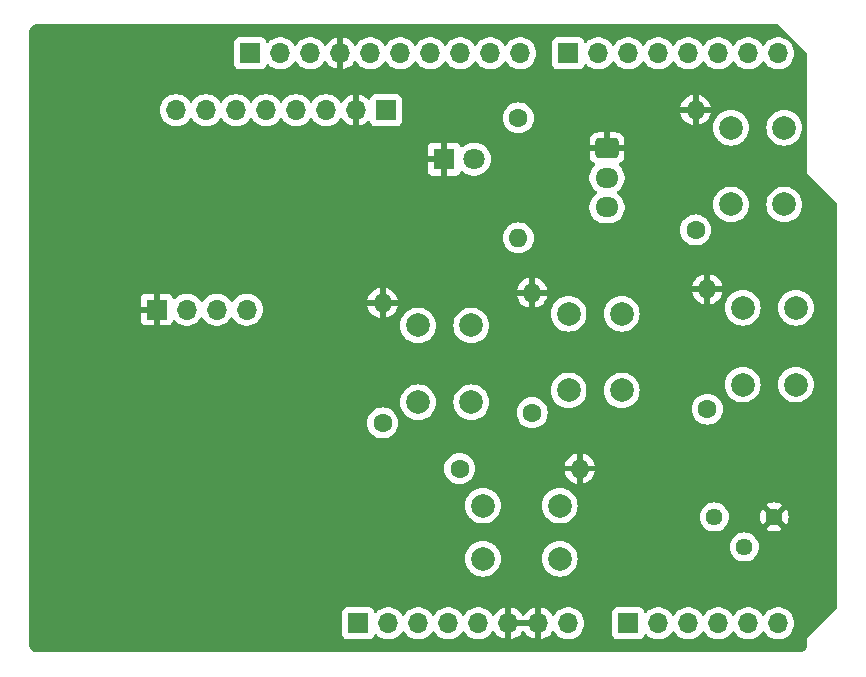
<source format=gbr>
%TF.GenerationSoftware,KiCad,Pcbnew,8.0.8*%
%TF.CreationDate,2025-02-03T17:05:11-07:00*%
%TF.ProjectId,Uno_Shield_ThermoProbe,556e6f5f-5368-4696-956c-645f54686572,rev?*%
%TF.SameCoordinates,Original*%
%TF.FileFunction,Copper,L2,Bot*%
%TF.FilePolarity,Positive*%
%FSLAX46Y46*%
G04 Gerber Fmt 4.6, Leading zero omitted, Abs format (unit mm)*
G04 Created by KiCad (PCBNEW 8.0.8) date 2025-02-03 17:05:11*
%MOMM*%
%LPD*%
G01*
G04 APERTURE LIST*
G04 Aperture macros list*
%AMRoundRect*
0 Rectangle with rounded corners*
0 $1 Rounding radius*
0 $2 $3 $4 $5 $6 $7 $8 $9 X,Y pos of 4 corners*
0 Add a 4 corners polygon primitive as box body*
4,1,4,$2,$3,$4,$5,$6,$7,$8,$9,$2,$3,0*
0 Add four circle primitives for the rounded corners*
1,1,$1+$1,$2,$3*
1,1,$1+$1,$4,$5*
1,1,$1+$1,$6,$7*
1,1,$1+$1,$8,$9*
0 Add four rect primitives between the rounded corners*
20,1,$1+$1,$2,$3,$4,$5,0*
20,1,$1+$1,$4,$5,$6,$7,0*
20,1,$1+$1,$6,$7,$8,$9,0*
20,1,$1+$1,$8,$9,$2,$3,0*%
G04 Aperture macros list end*
%TA.AperFunction,ComponentPad*%
%ADD10R,1.700000X1.700000*%
%TD*%
%TA.AperFunction,ComponentPad*%
%ADD11O,1.700000X1.700000*%
%TD*%
%TA.AperFunction,ComponentPad*%
%ADD12C,1.600000*%
%TD*%
%TA.AperFunction,ComponentPad*%
%ADD13O,1.600000X1.600000*%
%TD*%
%TA.AperFunction,ComponentPad*%
%ADD14C,2.000000*%
%TD*%
%TA.AperFunction,ComponentPad*%
%ADD15RoundRect,0.250000X-0.725000X0.600000X-0.725000X-0.600000X0.725000X-0.600000X0.725000X0.600000X0*%
%TD*%
%TA.AperFunction,ComponentPad*%
%ADD16O,1.950000X1.700000*%
%TD*%
%TA.AperFunction,ComponentPad*%
%ADD17R,1.800000X1.800000*%
%TD*%
%TA.AperFunction,ComponentPad*%
%ADD18C,1.800000*%
%TD*%
%TA.AperFunction,ComponentPad*%
%ADD19C,1.440000*%
%TD*%
G04 APERTURE END LIST*
D10*
%TO.P,J1,1,Pin_1*%
%TO.N,unconnected-(J1-Pin_1-Pad1)*%
X127940000Y-97460000D03*
D11*
%TO.P,J1,2,Pin_2*%
%TO.N,/IOREF*%
X130480000Y-97460000D03*
%TO.P,J1,3,Pin_3*%
%TO.N,/~{RESET}*%
X133020000Y-97460000D03*
%TO.P,J1,4,Pin_4*%
%TO.N,+3V3*%
X135560000Y-97460000D03*
%TO.P,J1,5,Pin_5*%
%TO.N,+5V*%
X138100000Y-97460000D03*
%TO.P,J1,6,Pin_6*%
%TO.N,GND*%
X140640000Y-97460000D03*
%TO.P,J1,7,Pin_7*%
X143180000Y-97460000D03*
%TO.P,J1,8,Pin_8*%
%TO.N,VCC*%
X145720000Y-97460000D03*
%TD*%
D10*
%TO.P,J3,1,Pin_1*%
%TO.N,/Temp_POT*%
X150800000Y-97460000D03*
D11*
%TO.P,J3,2,Pin_2*%
%TO.N,/A1*%
X153340000Y-97460000D03*
%TO.P,J3,3,Pin_3*%
%TO.N,/A2*%
X155880000Y-97460000D03*
%TO.P,J3,4,Pin_4*%
%TO.N,/A3*%
X158420000Y-97460000D03*
%TO.P,J3,5,Pin_5*%
%TO.N,/SDA{slash}A4*%
X160960000Y-97460000D03*
%TO.P,J3,6,Pin_6*%
%TO.N,/SCL{slash}A5*%
X163500000Y-97460000D03*
%TD*%
D10*
%TO.P,J2,1,Pin_1*%
%TO.N,/I2C_SDA*%
X118796000Y-49200000D03*
D11*
%TO.P,J2,2,Pin_2*%
%TO.N,/I2C_SCL*%
X121336000Y-49200000D03*
%TO.P,J2,3,Pin_3*%
%TO.N,/AREF*%
X123876000Y-49200000D03*
%TO.P,J2,4,Pin_4*%
%TO.N,GND*%
X126416000Y-49200000D03*
%TO.P,J2,5,Pin_5*%
%TO.N,/Button_Light*%
X128956000Y-49200000D03*
%TO.P,J2,6,Pin_6*%
%TO.N,/12*%
X131496000Y-49200000D03*
%TO.P,J2,7,Pin_7*%
%TO.N,/\u002A11*%
X134036000Y-49200000D03*
%TO.P,J2,8,Pin_8*%
%TO.N,/\u002A10*%
X136576000Y-49200000D03*
%TO.P,J2,9,Pin_9*%
%TO.N,/LED_Backlight*%
X139116000Y-49200000D03*
%TO.P,J2,10,Pin_10*%
%TO.N,/Temp_Sensor*%
X141656000Y-49200000D03*
%TD*%
D10*
%TO.P,J4,1,Pin_1*%
%TO.N,/7*%
X145720000Y-49200000D03*
D11*
%TO.P,J4,2,Pin_2*%
%TO.N,unconnected-(J4-Pin_2-Pad2)*%
X148260000Y-49200000D03*
%TO.P,J4,3,Pin_3*%
%TO.N,/Button_Units*%
X150800000Y-49200000D03*
%TO.P,J4,4,Pin_4*%
%TO.N,/Button_OnOff*%
X153340000Y-49200000D03*
%TO.P,J4,5,Pin_5*%
%TO.N,/Button_Lock*%
X155880000Y-49200000D03*
%TO.P,J4,6,Pin_6*%
%TO.N,/Button_Cal*%
X158420000Y-49200000D03*
%TO.P,J4,7,Pin_7*%
%TO.N,/TX{slash}1*%
X160960000Y-49200000D03*
%TO.P,J4,8,Pin_8*%
%TO.N,/RX{slash}0*%
X163500000Y-49200000D03*
%TD*%
D12*
%TO.P,R6,1*%
%TO.N,/Button_Light*%
X130000000Y-80500000D03*
D13*
%TO.P,R6,2*%
%TO.N,GND*%
X130000000Y-70340000D03*
%TD*%
D14*
%TO.P,SW4,1,A*%
%TO.N,/Button_OnOff*%
X138500000Y-87500000D03*
X145000000Y-87500000D03*
%TO.P,SW4,2,B*%
%TO.N,+5V*%
X138500000Y-92000000D03*
X145000000Y-92000000D03*
%TD*%
D12*
%TO.P,R5,1*%
%TO.N,/Button_OnOff*%
X136530000Y-84360000D03*
D13*
%TO.P,R5,2*%
%TO.N,GND*%
X146690000Y-84360000D03*
%TD*%
D15*
%TO.P,J5,1,Pin_1*%
%TO.N,GND*%
X149000000Y-57250000D03*
D16*
%TO.P,J5,2,Pin_2*%
%TO.N,/Temp_Sensor*%
X149000000Y-59750000D03*
%TO.P,J5,3,Pin_3*%
%TO.N,+5V*%
X149000000Y-62250000D03*
%TD*%
D12*
%TO.P,R2,1*%
%TO.N,/Button_Lock*%
X157500000Y-79330000D03*
D13*
%TO.P,R2,2*%
%TO.N,GND*%
X157500000Y-69170000D03*
%TD*%
D12*
%TO.P,R4,1*%
%TO.N,/Button_Units*%
X142660000Y-79640000D03*
D13*
%TO.P,R4,2*%
%TO.N,GND*%
X142660000Y-69480000D03*
%TD*%
D12*
%TO.P,R1,1*%
%TO.N,/LED_Backlight*%
X141500000Y-54670000D03*
D13*
%TO.P,R1,2*%
%TO.N,Net-(D1-A)*%
X141500000Y-64830000D03*
%TD*%
D17*
%TO.P,D1,1,K*%
%TO.N,GND*%
X135225000Y-58170000D03*
D18*
%TO.P,D1,2,A*%
%TO.N,Net-(D1-A)*%
X137765000Y-58170000D03*
%TD*%
D10*
%TO.P,J6,1,Pin_1*%
%TO.N,+5V*%
X130290000Y-54025000D03*
D11*
%TO.P,J6,2,Pin_2*%
%TO.N,GND*%
X127750000Y-54025000D03*
%TO.P,J6,3,Pin_3*%
%TO.N,/I2C_SCL*%
X125210000Y-54025000D03*
%TO.P,J6,4,Pin_4*%
%TO.N,/I2C_SDA*%
X122670000Y-54025000D03*
%TO.P,J6,5,Pin_5*%
%TO.N,unconnected-(J6-Pin_5-Pad5)*%
X120130000Y-54025000D03*
%TO.P,J6,6,Pin_6*%
%TO.N,unconnected-(J6-Pin_6-Pad6)*%
X117590000Y-54025000D03*
%TO.P,J6,7,Pin_7*%
%TO.N,unconnected-(J6-Pin_7-Pad7)*%
X115050000Y-54025000D03*
%TO.P,J6,8,Pin_8*%
%TO.N,unconnected-(J6-Pin_8-Pad8)*%
X112510000Y-54025000D03*
%TD*%
D12*
%TO.P,R3,1*%
%TO.N,/Button_Cal*%
X156500000Y-64160000D03*
D13*
%TO.P,R3,2*%
%TO.N,GND*%
X156500000Y-54000000D03*
%TD*%
D14*
%TO.P,SW2,1,A*%
%TO.N,/Button_Cal*%
X159500000Y-62000000D03*
X159500000Y-55500000D03*
%TO.P,SW2,2,B*%
%TO.N,+5V*%
X164000000Y-62000000D03*
X164000000Y-55500000D03*
%TD*%
%TO.P,SW5,1,A*%
%TO.N,/Button_Light*%
X133000000Y-78750000D03*
X133000000Y-72250000D03*
%TO.P,SW5,2,B*%
%TO.N,+5V*%
X137500000Y-78750000D03*
X137500000Y-72250000D03*
%TD*%
%TO.P,SW3,1,A*%
%TO.N,/Button_Units*%
X145750000Y-77750000D03*
X145750000Y-71250000D03*
%TO.P,SW3,2,B*%
%TO.N,+5V*%
X150250000Y-77750000D03*
X150250000Y-71250000D03*
%TD*%
%TO.P,SW1,1,A*%
%TO.N,/Button_Lock*%
X160500000Y-77250000D03*
X160500000Y-70750000D03*
%TO.P,SW1,2,B*%
%TO.N,+5V*%
X165000000Y-77250000D03*
X165000000Y-70750000D03*
%TD*%
D10*
%TO.P,J7,1,Pin_1*%
%TO.N,GND*%
X110880000Y-70900000D03*
D11*
%TO.P,J7,2,Pin_2*%
%TO.N,+5V*%
X113420000Y-70900000D03*
%TO.P,J7,3,Pin_3*%
%TO.N,/I2C_SCL*%
X115960000Y-70900000D03*
%TO.P,J7,4,Pin_4*%
%TO.N,/I2C_SDA*%
X118500000Y-70900000D03*
%TD*%
D19*
%TO.P,RV1,1,1*%
%TO.N,+5V*%
X158080000Y-88460000D03*
%TO.P,RV1,2,2*%
%TO.N,/Temp_POT*%
X160620000Y-91000000D03*
%TO.P,RV1,3,3*%
%TO.N,GND*%
X163160000Y-88460000D03*
%TD*%
%TA.AperFunction,Conductor*%
%TO.N,GND*%
G36*
X142714075Y-97267007D02*
G01*
X142680000Y-97394174D01*
X142680000Y-97525826D01*
X142714075Y-97652993D01*
X142746988Y-97710000D01*
X141073012Y-97710000D01*
X141105925Y-97652993D01*
X141140000Y-97525826D01*
X141140000Y-97394174D01*
X141105925Y-97267007D01*
X141073012Y-97210000D01*
X142746988Y-97210000D01*
X142714075Y-97267007D01*
G37*
%TD.AperFunction*%
%TA.AperFunction,Conductor*%
G36*
X163484404Y-46755185D02*
G01*
X163505046Y-46771819D01*
X165928181Y-49194954D01*
X165961666Y-49256277D01*
X165964500Y-49282635D01*
X165964500Y-59344982D01*
X165964500Y-59375018D01*
X165975994Y-59402767D01*
X165975995Y-59402768D01*
X168468181Y-61894954D01*
X168501666Y-61956277D01*
X168504500Y-61982635D01*
X168504500Y-96107364D01*
X168484815Y-96174403D01*
X168468181Y-96195045D01*
X165997233Y-98665994D01*
X165975995Y-98687231D01*
X165964500Y-98714982D01*
X165964500Y-99231907D01*
X165963903Y-99244062D01*
X165952505Y-99359778D01*
X165947763Y-99383618D01*
X165917832Y-99482290D01*
X165915789Y-99489024D01*
X165906486Y-99511482D01*
X165854561Y-99608627D01*
X165841056Y-99628839D01*
X165771176Y-99713988D01*
X165753988Y-99731176D01*
X165668839Y-99801056D01*
X165648627Y-99814561D01*
X165551482Y-99866486D01*
X165529028Y-99875787D01*
X165487028Y-99888528D01*
X165423618Y-99907763D01*
X165399778Y-99912505D01*
X165291162Y-99923203D01*
X165284060Y-99923903D01*
X165271907Y-99924500D01*
X100768093Y-99924500D01*
X100755939Y-99923903D01*
X100747995Y-99923120D01*
X100640221Y-99912505D01*
X100616381Y-99907763D01*
X100599445Y-99902625D01*
X100510968Y-99875786D01*
X100488517Y-99866486D01*
X100391372Y-99814561D01*
X100371160Y-99801056D01*
X100286011Y-99731176D01*
X100268823Y-99713988D01*
X100198943Y-99628839D01*
X100185438Y-99608627D01*
X100133510Y-99511476D01*
X100124215Y-99489037D01*
X100092234Y-99383612D01*
X100087494Y-99359777D01*
X100076097Y-99244061D01*
X100075500Y-99231907D01*
X100075500Y-96561345D01*
X126581500Y-96561345D01*
X126581500Y-98358654D01*
X126588011Y-98419202D01*
X126588011Y-98419204D01*
X126639111Y-98556204D01*
X126726739Y-98673261D01*
X126843796Y-98760889D01*
X126980799Y-98811989D01*
X127008050Y-98814918D01*
X127041345Y-98818499D01*
X127041362Y-98818500D01*
X128838638Y-98818500D01*
X128838654Y-98818499D01*
X128865692Y-98815591D01*
X128899201Y-98811989D01*
X129036204Y-98760889D01*
X129153261Y-98673261D01*
X129240889Y-98556204D01*
X129286138Y-98434887D01*
X129328009Y-98378956D01*
X129393474Y-98354539D01*
X129461746Y-98369391D01*
X129493545Y-98394236D01*
X129556760Y-98462906D01*
X129734424Y-98601189D01*
X129734425Y-98601189D01*
X129734427Y-98601191D01*
X129861135Y-98669761D01*
X129932426Y-98708342D01*
X130145365Y-98781444D01*
X130367431Y-98818500D01*
X130592569Y-98818500D01*
X130814635Y-98781444D01*
X131027574Y-98708342D01*
X131225576Y-98601189D01*
X131403240Y-98462906D01*
X131524594Y-98331082D01*
X131555715Y-98297276D01*
X131555715Y-98297275D01*
X131555722Y-98297268D01*
X131646193Y-98158790D01*
X131699338Y-98113437D01*
X131768569Y-98104013D01*
X131831905Y-98133515D01*
X131853804Y-98158787D01*
X131944278Y-98297268D01*
X131944283Y-98297273D01*
X131944284Y-98297276D01*
X132070968Y-98434889D01*
X132096760Y-98462906D01*
X132274424Y-98601189D01*
X132274425Y-98601189D01*
X132274427Y-98601191D01*
X132401135Y-98669761D01*
X132472426Y-98708342D01*
X132685365Y-98781444D01*
X132907431Y-98818500D01*
X133132569Y-98818500D01*
X133354635Y-98781444D01*
X133567574Y-98708342D01*
X133765576Y-98601189D01*
X133943240Y-98462906D01*
X134064594Y-98331082D01*
X134095715Y-98297276D01*
X134095715Y-98297275D01*
X134095722Y-98297268D01*
X134186193Y-98158790D01*
X134239338Y-98113437D01*
X134308569Y-98104013D01*
X134371905Y-98133515D01*
X134393804Y-98158787D01*
X134484278Y-98297268D01*
X134484283Y-98297273D01*
X134484284Y-98297276D01*
X134610968Y-98434889D01*
X134636760Y-98462906D01*
X134814424Y-98601189D01*
X134814425Y-98601189D01*
X134814427Y-98601191D01*
X134941135Y-98669761D01*
X135012426Y-98708342D01*
X135225365Y-98781444D01*
X135447431Y-98818500D01*
X135672569Y-98818500D01*
X135894635Y-98781444D01*
X136107574Y-98708342D01*
X136305576Y-98601189D01*
X136483240Y-98462906D01*
X136604594Y-98331082D01*
X136635715Y-98297276D01*
X136635715Y-98297275D01*
X136635722Y-98297268D01*
X136726193Y-98158790D01*
X136779338Y-98113437D01*
X136848569Y-98104013D01*
X136911905Y-98133515D01*
X136933804Y-98158787D01*
X137024278Y-98297268D01*
X137024283Y-98297273D01*
X137024284Y-98297276D01*
X137150968Y-98434889D01*
X137176760Y-98462906D01*
X137354424Y-98601189D01*
X137354425Y-98601189D01*
X137354427Y-98601191D01*
X137481135Y-98669761D01*
X137552426Y-98708342D01*
X137765365Y-98781444D01*
X137987431Y-98818500D01*
X138212569Y-98818500D01*
X138434635Y-98781444D01*
X138647574Y-98708342D01*
X138845576Y-98601189D01*
X139023240Y-98462906D01*
X139144594Y-98331082D01*
X139175715Y-98297276D01*
X139175715Y-98297275D01*
X139175722Y-98297268D01*
X139269749Y-98153347D01*
X139322894Y-98107994D01*
X139392125Y-98098570D01*
X139455461Y-98128072D01*
X139475130Y-98150048D01*
X139601890Y-98331078D01*
X139768917Y-98498105D01*
X139962421Y-98633600D01*
X140176507Y-98733429D01*
X140176516Y-98733433D01*
X140390000Y-98790634D01*
X140390000Y-97893012D01*
X140447007Y-97925925D01*
X140574174Y-97960000D01*
X140705826Y-97960000D01*
X140832993Y-97925925D01*
X140890000Y-97893012D01*
X140890000Y-98790633D01*
X141103483Y-98733433D01*
X141103492Y-98733429D01*
X141317578Y-98633600D01*
X141511082Y-98498105D01*
X141678105Y-98331082D01*
X141808425Y-98144968D01*
X141863002Y-98101344D01*
X141932501Y-98094151D01*
X141994855Y-98125673D01*
X142011575Y-98144968D01*
X142141894Y-98331082D01*
X142308917Y-98498105D01*
X142502421Y-98633600D01*
X142716507Y-98733429D01*
X142716516Y-98733433D01*
X142930000Y-98790634D01*
X142930000Y-97893012D01*
X142987007Y-97925925D01*
X143114174Y-97960000D01*
X143245826Y-97960000D01*
X143372993Y-97925925D01*
X143430000Y-97893012D01*
X143430000Y-98790633D01*
X143643483Y-98733433D01*
X143643492Y-98733429D01*
X143857578Y-98633600D01*
X144051082Y-98498105D01*
X144218105Y-98331082D01*
X144344868Y-98150048D01*
X144399445Y-98106423D01*
X144468944Y-98099231D01*
X144531298Y-98130753D01*
X144550251Y-98153350D01*
X144644276Y-98297265D01*
X144644284Y-98297276D01*
X144770968Y-98434889D01*
X144796760Y-98462906D01*
X144974424Y-98601189D01*
X144974425Y-98601189D01*
X144974427Y-98601191D01*
X145101135Y-98669761D01*
X145172426Y-98708342D01*
X145385365Y-98781444D01*
X145607431Y-98818500D01*
X145832569Y-98818500D01*
X146054635Y-98781444D01*
X146267574Y-98708342D01*
X146465576Y-98601189D01*
X146643240Y-98462906D01*
X146764594Y-98331082D01*
X146795715Y-98297276D01*
X146795717Y-98297273D01*
X146795722Y-98297268D01*
X146918860Y-98108791D01*
X147009296Y-97902616D01*
X147064564Y-97684368D01*
X147067164Y-97652993D01*
X147083156Y-97460005D01*
X147083156Y-97459994D01*
X147064565Y-97235640D01*
X147064563Y-97235628D01*
X147009296Y-97017385D01*
X146999071Y-96994075D01*
X146918860Y-96811209D01*
X146902706Y-96786484D01*
X146795723Y-96622734D01*
X146795715Y-96622723D01*
X146739212Y-96561345D01*
X149441500Y-96561345D01*
X149441500Y-98358654D01*
X149448011Y-98419202D01*
X149448011Y-98419204D01*
X149499111Y-98556204D01*
X149586739Y-98673261D01*
X149703796Y-98760889D01*
X149840799Y-98811989D01*
X149868050Y-98814918D01*
X149901345Y-98818499D01*
X149901362Y-98818500D01*
X151698638Y-98818500D01*
X151698654Y-98818499D01*
X151725692Y-98815591D01*
X151759201Y-98811989D01*
X151896204Y-98760889D01*
X152013261Y-98673261D01*
X152100889Y-98556204D01*
X152146138Y-98434887D01*
X152188009Y-98378956D01*
X152253474Y-98354539D01*
X152321746Y-98369391D01*
X152353545Y-98394236D01*
X152416760Y-98462906D01*
X152594424Y-98601189D01*
X152594425Y-98601189D01*
X152594427Y-98601191D01*
X152721135Y-98669761D01*
X152792426Y-98708342D01*
X153005365Y-98781444D01*
X153227431Y-98818500D01*
X153452569Y-98818500D01*
X153674635Y-98781444D01*
X153887574Y-98708342D01*
X154085576Y-98601189D01*
X154263240Y-98462906D01*
X154384594Y-98331082D01*
X154415715Y-98297276D01*
X154415715Y-98297275D01*
X154415722Y-98297268D01*
X154506193Y-98158790D01*
X154559338Y-98113437D01*
X154628569Y-98104013D01*
X154691905Y-98133515D01*
X154713804Y-98158787D01*
X154804278Y-98297268D01*
X154804283Y-98297273D01*
X154804284Y-98297276D01*
X154930968Y-98434889D01*
X154956760Y-98462906D01*
X155134424Y-98601189D01*
X155134425Y-98601189D01*
X155134427Y-98601191D01*
X155261135Y-98669761D01*
X155332426Y-98708342D01*
X155545365Y-98781444D01*
X155767431Y-98818500D01*
X155992569Y-98818500D01*
X156214635Y-98781444D01*
X156427574Y-98708342D01*
X156625576Y-98601189D01*
X156803240Y-98462906D01*
X156924594Y-98331082D01*
X156955715Y-98297276D01*
X156955715Y-98297275D01*
X156955722Y-98297268D01*
X157046193Y-98158790D01*
X157099338Y-98113437D01*
X157168569Y-98104013D01*
X157231905Y-98133515D01*
X157253804Y-98158787D01*
X157344278Y-98297268D01*
X157344283Y-98297273D01*
X157344284Y-98297276D01*
X157470968Y-98434889D01*
X157496760Y-98462906D01*
X157674424Y-98601189D01*
X157674425Y-98601189D01*
X157674427Y-98601191D01*
X157801135Y-98669761D01*
X157872426Y-98708342D01*
X158085365Y-98781444D01*
X158307431Y-98818500D01*
X158532569Y-98818500D01*
X158754635Y-98781444D01*
X158967574Y-98708342D01*
X159165576Y-98601189D01*
X159343240Y-98462906D01*
X159464594Y-98331082D01*
X159495715Y-98297276D01*
X159495715Y-98297275D01*
X159495722Y-98297268D01*
X159586193Y-98158790D01*
X159639338Y-98113437D01*
X159708569Y-98104013D01*
X159771905Y-98133515D01*
X159793804Y-98158787D01*
X159884278Y-98297268D01*
X159884283Y-98297273D01*
X159884284Y-98297276D01*
X160010968Y-98434889D01*
X160036760Y-98462906D01*
X160214424Y-98601189D01*
X160214425Y-98601189D01*
X160214427Y-98601191D01*
X160341135Y-98669761D01*
X160412426Y-98708342D01*
X160625365Y-98781444D01*
X160847431Y-98818500D01*
X161072569Y-98818500D01*
X161294635Y-98781444D01*
X161507574Y-98708342D01*
X161705576Y-98601189D01*
X161883240Y-98462906D01*
X162004594Y-98331082D01*
X162035715Y-98297276D01*
X162035715Y-98297275D01*
X162035722Y-98297268D01*
X162126193Y-98158790D01*
X162179338Y-98113437D01*
X162248569Y-98104013D01*
X162311905Y-98133515D01*
X162333804Y-98158787D01*
X162424278Y-98297268D01*
X162424283Y-98297273D01*
X162424284Y-98297276D01*
X162550968Y-98434889D01*
X162576760Y-98462906D01*
X162754424Y-98601189D01*
X162754425Y-98601189D01*
X162754427Y-98601191D01*
X162881135Y-98669761D01*
X162952426Y-98708342D01*
X163165365Y-98781444D01*
X163387431Y-98818500D01*
X163612569Y-98818500D01*
X163834635Y-98781444D01*
X164047574Y-98708342D01*
X164245576Y-98601189D01*
X164423240Y-98462906D01*
X164544594Y-98331082D01*
X164575715Y-98297276D01*
X164575717Y-98297273D01*
X164575722Y-98297268D01*
X164698860Y-98108791D01*
X164789296Y-97902616D01*
X164844564Y-97684368D01*
X164847164Y-97652993D01*
X164863156Y-97460005D01*
X164863156Y-97459994D01*
X164844565Y-97235640D01*
X164844563Y-97235628D01*
X164789296Y-97017385D01*
X164779071Y-96994075D01*
X164698860Y-96811209D01*
X164682706Y-96786484D01*
X164575723Y-96622734D01*
X164575715Y-96622723D01*
X164423243Y-96457097D01*
X164423238Y-96457092D01*
X164245577Y-96318812D01*
X164245572Y-96318808D01*
X164047580Y-96211661D01*
X164047577Y-96211659D01*
X164047574Y-96211658D01*
X164047571Y-96211657D01*
X164047569Y-96211656D01*
X163834637Y-96138556D01*
X163612569Y-96101500D01*
X163387431Y-96101500D01*
X163165362Y-96138556D01*
X162952430Y-96211656D01*
X162952419Y-96211661D01*
X162754427Y-96318808D01*
X162754422Y-96318812D01*
X162576761Y-96457092D01*
X162576756Y-96457097D01*
X162424284Y-96622723D01*
X162424276Y-96622734D01*
X162333808Y-96761206D01*
X162280662Y-96806562D01*
X162211431Y-96815986D01*
X162148095Y-96786484D01*
X162126192Y-96761206D01*
X162035723Y-96622734D01*
X162035715Y-96622723D01*
X161883243Y-96457097D01*
X161883238Y-96457092D01*
X161705577Y-96318812D01*
X161705572Y-96318808D01*
X161507580Y-96211661D01*
X161507577Y-96211659D01*
X161507574Y-96211658D01*
X161507571Y-96211657D01*
X161507569Y-96211656D01*
X161294637Y-96138556D01*
X161072569Y-96101500D01*
X160847431Y-96101500D01*
X160625362Y-96138556D01*
X160412430Y-96211656D01*
X160412419Y-96211661D01*
X160214427Y-96318808D01*
X160214422Y-96318812D01*
X160036761Y-96457092D01*
X160036756Y-96457097D01*
X159884284Y-96622723D01*
X159884276Y-96622734D01*
X159793808Y-96761206D01*
X159740662Y-96806562D01*
X159671431Y-96815986D01*
X159608095Y-96786484D01*
X159586192Y-96761206D01*
X159495723Y-96622734D01*
X159495715Y-96622723D01*
X159343243Y-96457097D01*
X159343238Y-96457092D01*
X159165577Y-96318812D01*
X159165572Y-96318808D01*
X158967580Y-96211661D01*
X158967577Y-96211659D01*
X158967574Y-96211658D01*
X158967571Y-96211657D01*
X158967569Y-96211656D01*
X158754637Y-96138556D01*
X158532569Y-96101500D01*
X158307431Y-96101500D01*
X158085362Y-96138556D01*
X157872430Y-96211656D01*
X157872419Y-96211661D01*
X157674427Y-96318808D01*
X157674422Y-96318812D01*
X157496761Y-96457092D01*
X157496756Y-96457097D01*
X157344284Y-96622723D01*
X157344276Y-96622734D01*
X157253808Y-96761206D01*
X157200662Y-96806562D01*
X157131431Y-96815986D01*
X157068095Y-96786484D01*
X157046192Y-96761206D01*
X156955723Y-96622734D01*
X156955715Y-96622723D01*
X156803243Y-96457097D01*
X156803238Y-96457092D01*
X156625577Y-96318812D01*
X156625572Y-96318808D01*
X156427580Y-96211661D01*
X156427577Y-96211659D01*
X156427574Y-96211658D01*
X156427571Y-96211657D01*
X156427569Y-96211656D01*
X156214637Y-96138556D01*
X155992569Y-96101500D01*
X155767431Y-96101500D01*
X155545362Y-96138556D01*
X155332430Y-96211656D01*
X155332419Y-96211661D01*
X155134427Y-96318808D01*
X155134422Y-96318812D01*
X154956761Y-96457092D01*
X154956756Y-96457097D01*
X154804284Y-96622723D01*
X154804276Y-96622734D01*
X154713808Y-96761206D01*
X154660662Y-96806562D01*
X154591431Y-96815986D01*
X154528095Y-96786484D01*
X154506192Y-96761206D01*
X154415723Y-96622734D01*
X154415715Y-96622723D01*
X154263243Y-96457097D01*
X154263238Y-96457092D01*
X154085577Y-96318812D01*
X154085572Y-96318808D01*
X153887580Y-96211661D01*
X153887577Y-96211659D01*
X153887574Y-96211658D01*
X153887571Y-96211657D01*
X153887569Y-96211656D01*
X153674637Y-96138556D01*
X153452569Y-96101500D01*
X153227431Y-96101500D01*
X153005362Y-96138556D01*
X152792430Y-96211656D01*
X152792419Y-96211661D01*
X152594427Y-96318808D01*
X152594422Y-96318812D01*
X152416761Y-96457092D01*
X152353548Y-96525760D01*
X152293661Y-96561750D01*
X152223823Y-96559649D01*
X152166207Y-96520124D01*
X152146138Y-96485110D01*
X152100889Y-96363796D01*
X152067214Y-96318812D01*
X152013261Y-96246739D01*
X151896204Y-96159111D01*
X151895172Y-96158726D01*
X151759203Y-96108011D01*
X151698654Y-96101500D01*
X151698638Y-96101500D01*
X149901362Y-96101500D01*
X149901345Y-96101500D01*
X149840797Y-96108011D01*
X149840795Y-96108011D01*
X149703795Y-96159111D01*
X149586739Y-96246739D01*
X149499111Y-96363795D01*
X149448011Y-96500795D01*
X149448011Y-96500797D01*
X149441500Y-96561345D01*
X146739212Y-96561345D01*
X146643243Y-96457097D01*
X146643238Y-96457092D01*
X146465577Y-96318812D01*
X146465572Y-96318808D01*
X146267580Y-96211661D01*
X146267577Y-96211659D01*
X146267574Y-96211658D01*
X146267571Y-96211657D01*
X146267569Y-96211656D01*
X146054637Y-96138556D01*
X145832569Y-96101500D01*
X145607431Y-96101500D01*
X145385362Y-96138556D01*
X145172430Y-96211656D01*
X145172419Y-96211661D01*
X144974427Y-96318808D01*
X144974422Y-96318812D01*
X144796761Y-96457092D01*
X144796756Y-96457097D01*
X144644284Y-96622723D01*
X144644276Y-96622734D01*
X144550251Y-96766650D01*
X144497105Y-96812007D01*
X144427873Y-96821430D01*
X144364538Y-96791928D01*
X144344868Y-96769951D01*
X144218113Y-96588926D01*
X144218108Y-96588920D01*
X144051082Y-96421894D01*
X143857578Y-96286399D01*
X143643492Y-96186570D01*
X143643486Y-96186567D01*
X143430000Y-96129364D01*
X143430000Y-97026988D01*
X143372993Y-96994075D01*
X143245826Y-96960000D01*
X143114174Y-96960000D01*
X142987007Y-96994075D01*
X142930000Y-97026988D01*
X142930000Y-96129364D01*
X142929999Y-96129364D01*
X142716513Y-96186567D01*
X142716507Y-96186570D01*
X142502422Y-96286399D01*
X142502420Y-96286400D01*
X142308926Y-96421886D01*
X142308920Y-96421891D01*
X142141891Y-96588920D01*
X142141890Y-96588922D01*
X142011575Y-96775031D01*
X141956998Y-96818655D01*
X141887499Y-96825848D01*
X141825145Y-96794326D01*
X141808425Y-96775031D01*
X141678109Y-96588922D01*
X141678108Y-96588920D01*
X141511082Y-96421894D01*
X141317578Y-96286399D01*
X141103492Y-96186570D01*
X141103486Y-96186567D01*
X140890000Y-96129364D01*
X140890000Y-97026988D01*
X140832993Y-96994075D01*
X140705826Y-96960000D01*
X140574174Y-96960000D01*
X140447007Y-96994075D01*
X140390000Y-97026988D01*
X140390000Y-96129364D01*
X140389999Y-96129364D01*
X140176513Y-96186567D01*
X140176507Y-96186570D01*
X139962422Y-96286399D01*
X139962420Y-96286400D01*
X139768926Y-96421886D01*
X139768920Y-96421891D01*
X139601891Y-96588920D01*
X139601890Y-96588922D01*
X139475131Y-96769952D01*
X139420554Y-96813577D01*
X139351055Y-96820769D01*
X139288701Y-96789247D01*
X139269752Y-96766656D01*
X139175722Y-96622732D01*
X139175715Y-96622725D01*
X139175715Y-96622723D01*
X139023243Y-96457097D01*
X139023238Y-96457092D01*
X138845577Y-96318812D01*
X138845572Y-96318808D01*
X138647580Y-96211661D01*
X138647577Y-96211659D01*
X138647574Y-96211658D01*
X138647571Y-96211657D01*
X138647569Y-96211656D01*
X138434637Y-96138556D01*
X138212569Y-96101500D01*
X137987431Y-96101500D01*
X137765362Y-96138556D01*
X137552430Y-96211656D01*
X137552419Y-96211661D01*
X137354427Y-96318808D01*
X137354422Y-96318812D01*
X137176761Y-96457092D01*
X137176756Y-96457097D01*
X137024284Y-96622723D01*
X137024276Y-96622734D01*
X136933808Y-96761206D01*
X136880662Y-96806562D01*
X136811431Y-96815986D01*
X136748095Y-96786484D01*
X136726192Y-96761206D01*
X136635723Y-96622734D01*
X136635715Y-96622723D01*
X136483243Y-96457097D01*
X136483238Y-96457092D01*
X136305577Y-96318812D01*
X136305572Y-96318808D01*
X136107580Y-96211661D01*
X136107577Y-96211659D01*
X136107574Y-96211658D01*
X136107571Y-96211657D01*
X136107569Y-96211656D01*
X135894637Y-96138556D01*
X135672569Y-96101500D01*
X135447431Y-96101500D01*
X135225362Y-96138556D01*
X135012430Y-96211656D01*
X135012419Y-96211661D01*
X134814427Y-96318808D01*
X134814422Y-96318812D01*
X134636761Y-96457092D01*
X134636756Y-96457097D01*
X134484284Y-96622723D01*
X134484276Y-96622734D01*
X134393808Y-96761206D01*
X134340662Y-96806562D01*
X134271431Y-96815986D01*
X134208095Y-96786484D01*
X134186192Y-96761206D01*
X134095723Y-96622734D01*
X134095715Y-96622723D01*
X133943243Y-96457097D01*
X133943238Y-96457092D01*
X133765577Y-96318812D01*
X133765572Y-96318808D01*
X133567580Y-96211661D01*
X133567577Y-96211659D01*
X133567574Y-96211658D01*
X133567571Y-96211657D01*
X133567569Y-96211656D01*
X133354637Y-96138556D01*
X133132569Y-96101500D01*
X132907431Y-96101500D01*
X132685362Y-96138556D01*
X132472430Y-96211656D01*
X132472419Y-96211661D01*
X132274427Y-96318808D01*
X132274422Y-96318812D01*
X132096761Y-96457092D01*
X132096756Y-96457097D01*
X131944284Y-96622723D01*
X131944276Y-96622734D01*
X131853808Y-96761206D01*
X131800662Y-96806562D01*
X131731431Y-96815986D01*
X131668095Y-96786484D01*
X131646192Y-96761206D01*
X131555723Y-96622734D01*
X131555715Y-96622723D01*
X131403243Y-96457097D01*
X131403238Y-96457092D01*
X131225577Y-96318812D01*
X131225572Y-96318808D01*
X131027580Y-96211661D01*
X131027577Y-96211659D01*
X131027574Y-96211658D01*
X131027571Y-96211657D01*
X131027569Y-96211656D01*
X130814637Y-96138556D01*
X130592569Y-96101500D01*
X130367431Y-96101500D01*
X130145362Y-96138556D01*
X129932430Y-96211656D01*
X129932419Y-96211661D01*
X129734427Y-96318808D01*
X129734422Y-96318812D01*
X129556761Y-96457092D01*
X129493548Y-96525760D01*
X129433661Y-96561750D01*
X129363823Y-96559649D01*
X129306207Y-96520124D01*
X129286138Y-96485110D01*
X129240889Y-96363796D01*
X129207214Y-96318812D01*
X129153261Y-96246739D01*
X129036204Y-96159111D01*
X129035172Y-96158726D01*
X128899203Y-96108011D01*
X128838654Y-96101500D01*
X128838638Y-96101500D01*
X127041362Y-96101500D01*
X127041345Y-96101500D01*
X126980797Y-96108011D01*
X126980795Y-96108011D01*
X126843795Y-96159111D01*
X126726739Y-96246739D01*
X126639111Y-96363795D01*
X126588011Y-96500795D01*
X126588011Y-96500797D01*
X126581500Y-96561345D01*
X100075500Y-96561345D01*
X100075500Y-92000000D01*
X136986835Y-92000000D01*
X137005465Y-92236714D01*
X137060895Y-92467595D01*
X137060895Y-92467597D01*
X137151757Y-92686959D01*
X137151759Y-92686962D01*
X137275820Y-92889410D01*
X137275821Y-92889413D01*
X137275824Y-92889416D01*
X137430031Y-93069969D01*
X137569797Y-93189340D01*
X137610586Y-93224178D01*
X137610589Y-93224179D01*
X137813037Y-93348240D01*
X137813040Y-93348242D01*
X138032403Y-93439104D01*
X138032404Y-93439104D01*
X138032406Y-93439105D01*
X138263289Y-93494535D01*
X138500000Y-93513165D01*
X138736711Y-93494535D01*
X138967594Y-93439105D01*
X138967596Y-93439104D01*
X138967597Y-93439104D01*
X139186959Y-93348242D01*
X139186960Y-93348241D01*
X139186963Y-93348240D01*
X139389416Y-93224176D01*
X139569969Y-93069969D01*
X139724176Y-92889416D01*
X139848240Y-92686963D01*
X139939105Y-92467594D01*
X139994535Y-92236711D01*
X140013165Y-92000000D01*
X143486835Y-92000000D01*
X143505465Y-92236714D01*
X143560895Y-92467595D01*
X143560895Y-92467597D01*
X143651757Y-92686959D01*
X143651759Y-92686962D01*
X143775820Y-92889410D01*
X143775821Y-92889413D01*
X143775824Y-92889416D01*
X143930031Y-93069969D01*
X144069797Y-93189340D01*
X144110586Y-93224178D01*
X144110589Y-93224179D01*
X144313037Y-93348240D01*
X144313040Y-93348242D01*
X144532403Y-93439104D01*
X144532404Y-93439104D01*
X144532406Y-93439105D01*
X144763289Y-93494535D01*
X145000000Y-93513165D01*
X145236711Y-93494535D01*
X145467594Y-93439105D01*
X145467596Y-93439104D01*
X145467597Y-93439104D01*
X145686959Y-93348242D01*
X145686960Y-93348241D01*
X145686963Y-93348240D01*
X145889416Y-93224176D01*
X146069969Y-93069969D01*
X146224176Y-92889416D01*
X146348240Y-92686963D01*
X146439105Y-92467594D01*
X146494535Y-92236711D01*
X146513165Y-92000000D01*
X146494535Y-91763289D01*
X146439105Y-91532406D01*
X146439104Y-91532403D01*
X146439104Y-91532402D01*
X146348242Y-91313040D01*
X146348240Y-91313037D01*
X146224179Y-91110589D01*
X146224178Y-91110586D01*
X146129728Y-91000000D01*
X146129726Y-90999998D01*
X159386807Y-90999998D01*
X159386807Y-91000001D01*
X159405541Y-91214136D01*
X159405542Y-91214144D01*
X159461176Y-91421772D01*
X159461177Y-91421774D01*
X159461178Y-91421777D01*
X159512763Y-91532402D01*
X159552024Y-91616597D01*
X159552026Y-91616601D01*
X159675319Y-91792682D01*
X159827317Y-91944680D01*
X160003398Y-92067973D01*
X160003400Y-92067974D01*
X160003403Y-92067976D01*
X160198223Y-92158822D01*
X160405858Y-92214458D01*
X160558816Y-92227840D01*
X160619998Y-92233193D01*
X160620000Y-92233193D01*
X160620002Y-92233193D01*
X160673535Y-92228509D01*
X160834142Y-92214458D01*
X161041777Y-92158822D01*
X161236597Y-92067976D01*
X161412681Y-91944681D01*
X161564681Y-91792681D01*
X161687976Y-91616597D01*
X161778822Y-91421777D01*
X161834458Y-91214142D01*
X161853193Y-91000000D01*
X161834458Y-90785858D01*
X161778822Y-90578223D01*
X161687976Y-90383404D01*
X161564681Y-90207319D01*
X161564679Y-90207316D01*
X161412682Y-90055319D01*
X161236601Y-89932026D01*
X161236597Y-89932024D01*
X161236595Y-89932023D01*
X161041777Y-89841178D01*
X161041774Y-89841177D01*
X161041772Y-89841176D01*
X160834144Y-89785542D01*
X160834136Y-89785541D01*
X160620002Y-89766807D01*
X160619998Y-89766807D01*
X160405863Y-89785541D01*
X160405855Y-89785542D01*
X160198227Y-89841176D01*
X160198221Y-89841179D01*
X160003405Y-89932023D01*
X160003403Y-89932024D01*
X159827316Y-90055320D01*
X159675320Y-90207316D01*
X159552024Y-90383403D01*
X159552023Y-90383405D01*
X159461179Y-90578221D01*
X159461176Y-90578227D01*
X159405542Y-90785855D01*
X159405541Y-90785863D01*
X159386807Y-90999998D01*
X146129726Y-90999998D01*
X146069969Y-90930031D01*
X145950596Y-90828076D01*
X145889413Y-90775821D01*
X145889410Y-90775820D01*
X145686962Y-90651759D01*
X145686959Y-90651757D01*
X145467596Y-90560895D01*
X145236714Y-90505465D01*
X145000000Y-90486835D01*
X144763285Y-90505465D01*
X144532404Y-90560895D01*
X144532402Y-90560895D01*
X144313040Y-90651757D01*
X144313037Y-90651759D01*
X144110589Y-90775820D01*
X144110586Y-90775821D01*
X143930031Y-90930031D01*
X143775821Y-91110586D01*
X143775820Y-91110589D01*
X143651759Y-91313037D01*
X143651757Y-91313040D01*
X143560895Y-91532402D01*
X143560895Y-91532404D01*
X143505465Y-91763285D01*
X143486835Y-92000000D01*
X140013165Y-92000000D01*
X139994535Y-91763289D01*
X139939105Y-91532406D01*
X139939104Y-91532403D01*
X139939104Y-91532402D01*
X139848242Y-91313040D01*
X139848240Y-91313037D01*
X139724179Y-91110589D01*
X139724178Y-91110586D01*
X139629728Y-91000000D01*
X139569969Y-90930031D01*
X139450596Y-90828076D01*
X139389413Y-90775821D01*
X139389410Y-90775820D01*
X139186962Y-90651759D01*
X139186959Y-90651757D01*
X138967596Y-90560895D01*
X138736714Y-90505465D01*
X138500000Y-90486835D01*
X138263285Y-90505465D01*
X138032404Y-90560895D01*
X138032402Y-90560895D01*
X137813040Y-90651757D01*
X137813037Y-90651759D01*
X137610589Y-90775820D01*
X137610586Y-90775821D01*
X137430031Y-90930031D01*
X137275821Y-91110586D01*
X137275820Y-91110589D01*
X137151759Y-91313037D01*
X137151757Y-91313040D01*
X137060895Y-91532402D01*
X137060895Y-91532404D01*
X137005465Y-91763285D01*
X136986835Y-92000000D01*
X100075500Y-92000000D01*
X100075500Y-87500000D01*
X136986835Y-87500000D01*
X137005465Y-87736714D01*
X137060895Y-87967595D01*
X137060895Y-87967597D01*
X137151757Y-88186959D01*
X137151759Y-88186962D01*
X137275820Y-88389410D01*
X137275821Y-88389413D01*
X137328076Y-88450596D01*
X137430031Y-88569969D01*
X137550260Y-88672654D01*
X137610586Y-88724178D01*
X137610589Y-88724179D01*
X137813037Y-88848240D01*
X137813040Y-88848242D01*
X138032403Y-88939104D01*
X138032404Y-88939104D01*
X138032406Y-88939105D01*
X138263289Y-88994535D01*
X138500000Y-89013165D01*
X138736711Y-88994535D01*
X138967594Y-88939105D01*
X138967596Y-88939104D01*
X138967597Y-88939104D01*
X139186959Y-88848242D01*
X139186960Y-88848241D01*
X139186963Y-88848240D01*
X139389416Y-88724176D01*
X139569969Y-88569969D01*
X139724176Y-88389416D01*
X139848240Y-88186963D01*
X139889539Y-88087259D01*
X139939104Y-87967597D01*
X139939104Y-87967596D01*
X139939105Y-87967594D01*
X139994535Y-87736711D01*
X140013165Y-87500000D01*
X143486835Y-87500000D01*
X143505465Y-87736714D01*
X143560895Y-87967595D01*
X143560895Y-87967597D01*
X143651757Y-88186959D01*
X143651759Y-88186962D01*
X143775820Y-88389410D01*
X143775821Y-88389413D01*
X143828076Y-88450596D01*
X143930031Y-88569969D01*
X144050260Y-88672654D01*
X144110586Y-88724178D01*
X144110589Y-88724179D01*
X144313037Y-88848240D01*
X144313040Y-88848242D01*
X144532403Y-88939104D01*
X144532404Y-88939104D01*
X144532406Y-88939105D01*
X144763289Y-88994535D01*
X145000000Y-89013165D01*
X145236711Y-88994535D01*
X145467594Y-88939105D01*
X145467596Y-88939104D01*
X145467597Y-88939104D01*
X145686959Y-88848242D01*
X145686960Y-88848241D01*
X145686963Y-88848240D01*
X145889416Y-88724176D01*
X146069969Y-88569969D01*
X146163893Y-88459998D01*
X156846807Y-88459998D01*
X156846807Y-88460001D01*
X156865541Y-88674136D01*
X156865542Y-88674144D01*
X156921176Y-88881772D01*
X156921177Y-88881774D01*
X156921178Y-88881777D01*
X156973758Y-88994535D01*
X157012024Y-89076597D01*
X157012026Y-89076601D01*
X157135319Y-89252682D01*
X157287317Y-89404680D01*
X157463398Y-89527973D01*
X157463400Y-89527974D01*
X157463403Y-89527976D01*
X157658223Y-89618822D01*
X157865858Y-89674458D01*
X158018816Y-89687840D01*
X158079998Y-89693193D01*
X158080000Y-89693193D01*
X158080002Y-89693193D01*
X158133535Y-89688509D01*
X158294142Y-89674458D01*
X158501777Y-89618822D01*
X158696597Y-89527976D01*
X158872681Y-89404681D01*
X159024681Y-89252681D01*
X159147976Y-89076597D01*
X159238822Y-88881777D01*
X159294458Y-88674142D01*
X159313193Y-88460000D01*
X159313193Y-88459997D01*
X161935340Y-88459997D01*
X161935340Y-88460002D01*
X161953944Y-88672654D01*
X161953945Y-88672662D01*
X162009194Y-88878853D01*
X162009197Y-88878859D01*
X162099413Y-89072329D01*
X162138415Y-89128030D01*
X162760000Y-88506445D01*
X162760000Y-88512661D01*
X162787259Y-88614394D01*
X162839920Y-88705606D01*
X162914394Y-88780080D01*
X163005606Y-88832741D01*
X163107339Y-88860000D01*
X163113554Y-88860000D01*
X162491968Y-89481584D01*
X162547663Y-89520582D01*
X162547669Y-89520586D01*
X162741140Y-89610802D01*
X162741146Y-89610805D01*
X162947337Y-89666054D01*
X162947345Y-89666055D01*
X163159998Y-89684660D01*
X163160002Y-89684660D01*
X163372654Y-89666055D01*
X163372662Y-89666054D01*
X163578853Y-89610805D01*
X163578864Y-89610801D01*
X163772325Y-89520589D01*
X163828030Y-89481583D01*
X163206447Y-88860000D01*
X163212661Y-88860000D01*
X163314394Y-88832741D01*
X163405606Y-88780080D01*
X163480080Y-88705606D01*
X163532741Y-88614394D01*
X163560000Y-88512661D01*
X163560000Y-88506446D01*
X164181583Y-89128029D01*
X164220589Y-89072325D01*
X164310801Y-88878864D01*
X164310805Y-88878853D01*
X164366054Y-88672662D01*
X164366055Y-88672654D01*
X164384660Y-88460002D01*
X164384660Y-88459997D01*
X164366055Y-88247345D01*
X164366054Y-88247337D01*
X164310805Y-88041146D01*
X164310802Y-88041140D01*
X164220586Y-87847669D01*
X164220582Y-87847663D01*
X164181584Y-87791968D01*
X163560000Y-88413552D01*
X163560000Y-88407339D01*
X163532741Y-88305606D01*
X163480080Y-88214394D01*
X163405606Y-88139920D01*
X163314394Y-88087259D01*
X163212661Y-88060000D01*
X163206447Y-88060000D01*
X163828030Y-87438415D01*
X163772329Y-87399413D01*
X163578859Y-87309197D01*
X163578853Y-87309194D01*
X163372662Y-87253945D01*
X163372654Y-87253944D01*
X163160002Y-87235340D01*
X163159998Y-87235340D01*
X162947345Y-87253944D01*
X162947337Y-87253945D01*
X162741146Y-87309194D01*
X162741140Y-87309197D01*
X162547671Y-87399412D01*
X162547669Y-87399413D01*
X162491969Y-87438415D01*
X162491968Y-87438415D01*
X163113554Y-88060000D01*
X163107339Y-88060000D01*
X163005606Y-88087259D01*
X162914394Y-88139920D01*
X162839920Y-88214394D01*
X162787259Y-88305606D01*
X162760000Y-88407339D01*
X162760000Y-88413553D01*
X162138415Y-87791968D01*
X162138415Y-87791969D01*
X162099413Y-87847669D01*
X162099412Y-87847671D01*
X162009197Y-88041140D01*
X162009194Y-88041146D01*
X161953945Y-88247337D01*
X161953944Y-88247345D01*
X161935340Y-88459997D01*
X159313193Y-88459997D01*
X159294458Y-88245858D01*
X159238822Y-88038223D01*
X159147976Y-87843404D01*
X159024681Y-87667319D01*
X159024679Y-87667316D01*
X158872682Y-87515319D01*
X158696601Y-87392026D01*
X158696597Y-87392024D01*
X158696595Y-87392023D01*
X158501777Y-87301178D01*
X158501774Y-87301177D01*
X158501772Y-87301176D01*
X158294144Y-87245542D01*
X158294136Y-87245541D01*
X158080002Y-87226807D01*
X158079998Y-87226807D01*
X157865863Y-87245541D01*
X157865855Y-87245542D01*
X157658227Y-87301176D01*
X157658221Y-87301179D01*
X157463405Y-87392023D01*
X157463403Y-87392024D01*
X157287316Y-87515320D01*
X157135320Y-87667316D01*
X157012024Y-87843403D01*
X157012023Y-87843405D01*
X156921179Y-88038221D01*
X156921176Y-88038227D01*
X156865542Y-88245855D01*
X156865541Y-88245863D01*
X156846807Y-88459998D01*
X146163893Y-88459998D01*
X146224176Y-88389416D01*
X146348240Y-88186963D01*
X146389539Y-88087259D01*
X146439104Y-87967597D01*
X146439104Y-87967596D01*
X146439105Y-87967594D01*
X146494535Y-87736711D01*
X146513165Y-87500000D01*
X146494535Y-87263289D01*
X146439105Y-87032406D01*
X146439104Y-87032403D01*
X146439104Y-87032402D01*
X146348242Y-86813040D01*
X146348240Y-86813037D01*
X146224179Y-86610589D01*
X146224178Y-86610586D01*
X146189340Y-86569797D01*
X146069969Y-86430031D01*
X145950596Y-86328076D01*
X145889413Y-86275821D01*
X145889410Y-86275820D01*
X145686962Y-86151759D01*
X145686959Y-86151757D01*
X145467596Y-86060895D01*
X145236714Y-86005465D01*
X145000000Y-85986835D01*
X144763285Y-86005465D01*
X144532404Y-86060895D01*
X144532402Y-86060895D01*
X144313040Y-86151757D01*
X144313037Y-86151759D01*
X144110589Y-86275820D01*
X144110586Y-86275821D01*
X143930031Y-86430031D01*
X143775821Y-86610586D01*
X143775820Y-86610589D01*
X143651759Y-86813037D01*
X143651757Y-86813040D01*
X143560895Y-87032402D01*
X143560895Y-87032404D01*
X143505465Y-87263285D01*
X143486835Y-87500000D01*
X140013165Y-87500000D01*
X139994535Y-87263289D01*
X139939105Y-87032406D01*
X139939104Y-87032403D01*
X139939104Y-87032402D01*
X139848242Y-86813040D01*
X139848240Y-86813037D01*
X139724179Y-86610589D01*
X139724178Y-86610586D01*
X139689340Y-86569797D01*
X139569969Y-86430031D01*
X139450596Y-86328076D01*
X139389413Y-86275821D01*
X139389410Y-86275820D01*
X139186962Y-86151759D01*
X139186959Y-86151757D01*
X138967596Y-86060895D01*
X138736714Y-86005465D01*
X138500000Y-85986835D01*
X138263285Y-86005465D01*
X138032404Y-86060895D01*
X138032402Y-86060895D01*
X137813040Y-86151757D01*
X137813037Y-86151759D01*
X137610589Y-86275820D01*
X137610586Y-86275821D01*
X137430031Y-86430031D01*
X137275821Y-86610586D01*
X137275820Y-86610589D01*
X137151759Y-86813037D01*
X137151757Y-86813040D01*
X137060895Y-87032402D01*
X137060895Y-87032404D01*
X137005465Y-87263285D01*
X136986835Y-87500000D01*
X100075500Y-87500000D01*
X100075500Y-84359998D01*
X135216502Y-84359998D01*
X135216502Y-84360001D01*
X135236456Y-84588081D01*
X135236457Y-84588089D01*
X135295714Y-84809238D01*
X135295718Y-84809249D01*
X135390487Y-85012482D01*
X135392477Y-85016749D01*
X135523802Y-85204300D01*
X135685700Y-85366198D01*
X135873251Y-85497523D01*
X135998091Y-85555736D01*
X136080750Y-85594281D01*
X136080752Y-85594281D01*
X136080757Y-85594284D01*
X136301913Y-85653543D01*
X136464832Y-85667796D01*
X136529998Y-85673498D01*
X136530000Y-85673498D01*
X136530002Y-85673498D01*
X136587021Y-85668509D01*
X136758087Y-85653543D01*
X136979243Y-85594284D01*
X137186749Y-85497523D01*
X137374300Y-85366198D01*
X137536198Y-85204300D01*
X137667523Y-85016749D01*
X137764284Y-84809243D01*
X137823543Y-84588087D01*
X137843498Y-84360000D01*
X137823543Y-84131913D01*
X137817671Y-84109999D01*
X145411127Y-84109999D01*
X145411128Y-84110000D01*
X146374314Y-84110000D01*
X146369920Y-84114394D01*
X146317259Y-84205606D01*
X146290000Y-84307339D01*
X146290000Y-84412661D01*
X146317259Y-84514394D01*
X146369920Y-84605606D01*
X146374314Y-84610000D01*
X145411128Y-84610000D01*
X145463730Y-84806317D01*
X145463734Y-84806326D01*
X145559865Y-85012482D01*
X145690342Y-85198820D01*
X145851179Y-85359657D01*
X146037517Y-85490134D01*
X146243673Y-85586265D01*
X146243682Y-85586269D01*
X146439999Y-85638872D01*
X146440000Y-85638871D01*
X146440000Y-84675686D01*
X146444394Y-84680080D01*
X146535606Y-84732741D01*
X146637339Y-84760000D01*
X146742661Y-84760000D01*
X146844394Y-84732741D01*
X146935606Y-84680080D01*
X146940000Y-84675686D01*
X146940000Y-85638872D01*
X147136317Y-85586269D01*
X147136326Y-85586265D01*
X147342482Y-85490134D01*
X147528820Y-85359657D01*
X147689657Y-85198820D01*
X147820134Y-85012482D01*
X147916265Y-84806326D01*
X147916269Y-84806317D01*
X147968872Y-84610000D01*
X147005686Y-84610000D01*
X147010080Y-84605606D01*
X147062741Y-84514394D01*
X147090000Y-84412661D01*
X147090000Y-84307339D01*
X147062741Y-84205606D01*
X147010080Y-84114394D01*
X147005686Y-84110000D01*
X147968872Y-84110000D01*
X147968872Y-84109999D01*
X147916269Y-83913682D01*
X147916265Y-83913673D01*
X147820134Y-83707517D01*
X147689657Y-83521179D01*
X147528820Y-83360342D01*
X147342482Y-83229865D01*
X147136328Y-83133734D01*
X146940000Y-83081127D01*
X146940000Y-84044314D01*
X146935606Y-84039920D01*
X146844394Y-83987259D01*
X146742661Y-83960000D01*
X146637339Y-83960000D01*
X146535606Y-83987259D01*
X146444394Y-84039920D01*
X146440000Y-84044314D01*
X146440000Y-83081127D01*
X146243671Y-83133734D01*
X146037517Y-83229865D01*
X145851179Y-83360342D01*
X145690342Y-83521179D01*
X145559865Y-83707517D01*
X145463734Y-83913673D01*
X145463730Y-83913682D01*
X145411127Y-84109999D01*
X137817671Y-84109999D01*
X137764284Y-83910757D01*
X137667523Y-83703251D01*
X137536198Y-83515700D01*
X137374300Y-83353802D01*
X137186749Y-83222477D01*
X137186745Y-83222475D01*
X136979249Y-83125718D01*
X136979238Y-83125714D01*
X136758089Y-83066457D01*
X136758081Y-83066456D01*
X136530002Y-83046502D01*
X136529998Y-83046502D01*
X136301918Y-83066456D01*
X136301910Y-83066457D01*
X136080761Y-83125714D01*
X136080750Y-83125718D01*
X135873254Y-83222475D01*
X135873252Y-83222476D01*
X135873251Y-83222477D01*
X135685700Y-83353802D01*
X135685698Y-83353803D01*
X135685695Y-83353806D01*
X135523806Y-83515695D01*
X135392476Y-83703252D01*
X135392475Y-83703254D01*
X135295718Y-83910750D01*
X135295714Y-83910761D01*
X135236457Y-84131910D01*
X135236456Y-84131918D01*
X135216502Y-84359998D01*
X100075500Y-84359998D01*
X100075500Y-80499998D01*
X128686502Y-80499998D01*
X128686502Y-80500001D01*
X128706456Y-80728081D01*
X128706457Y-80728089D01*
X128765714Y-80949238D01*
X128765718Y-80949249D01*
X128862475Y-81156745D01*
X128862477Y-81156749D01*
X128993802Y-81344300D01*
X129155700Y-81506198D01*
X129343251Y-81637523D01*
X129468091Y-81695736D01*
X129550750Y-81734281D01*
X129550752Y-81734281D01*
X129550757Y-81734284D01*
X129771913Y-81793543D01*
X129934832Y-81807796D01*
X129999998Y-81813498D01*
X130000000Y-81813498D01*
X130000002Y-81813498D01*
X130057021Y-81808509D01*
X130228087Y-81793543D01*
X130449243Y-81734284D01*
X130656749Y-81637523D01*
X130844300Y-81506198D01*
X131006198Y-81344300D01*
X131137523Y-81156749D01*
X131234284Y-80949243D01*
X131293543Y-80728087D01*
X131313498Y-80500000D01*
X131312124Y-80484300D01*
X131299167Y-80336198D01*
X131293543Y-80271913D01*
X131234284Y-80050757D01*
X131137523Y-79843251D01*
X131006198Y-79655700D01*
X130844300Y-79493802D01*
X130656749Y-79362477D01*
X130587104Y-79330001D01*
X130449249Y-79265718D01*
X130449238Y-79265714D01*
X130228089Y-79206457D01*
X130228081Y-79206456D01*
X130000002Y-79186502D01*
X129999998Y-79186502D01*
X129771918Y-79206456D01*
X129771910Y-79206457D01*
X129550761Y-79265714D01*
X129550750Y-79265718D01*
X129343254Y-79362475D01*
X129343252Y-79362476D01*
X129343251Y-79362477D01*
X129155700Y-79493802D01*
X129155698Y-79493803D01*
X129155695Y-79493806D01*
X128993806Y-79655695D01*
X128862476Y-79843252D01*
X128862475Y-79843254D01*
X128765718Y-80050750D01*
X128765714Y-80050761D01*
X128706457Y-80271910D01*
X128706456Y-80271918D01*
X128686502Y-80499998D01*
X100075500Y-80499998D01*
X100075500Y-78750000D01*
X131486835Y-78750000D01*
X131505465Y-78986714D01*
X131560895Y-79217595D01*
X131560895Y-79217597D01*
X131651757Y-79436959D01*
X131651759Y-79436962D01*
X131775820Y-79639410D01*
X131775821Y-79639413D01*
X131789732Y-79655700D01*
X131930031Y-79819969D01*
X132069797Y-79939340D01*
X132110586Y-79974178D01*
X132110589Y-79974179D01*
X132313037Y-80098240D01*
X132313040Y-80098242D01*
X132532403Y-80189104D01*
X132532404Y-80189104D01*
X132532406Y-80189105D01*
X132763289Y-80244535D01*
X133000000Y-80263165D01*
X133236711Y-80244535D01*
X133467594Y-80189105D01*
X133467596Y-80189104D01*
X133467597Y-80189104D01*
X133686959Y-80098242D01*
X133686960Y-80098241D01*
X133686963Y-80098240D01*
X133889416Y-79974176D01*
X134069969Y-79819969D01*
X134224176Y-79639416D01*
X134348240Y-79436963D01*
X134358618Y-79411910D01*
X134439104Y-79217597D01*
X134439104Y-79217596D01*
X134439105Y-79217594D01*
X134494535Y-78986711D01*
X134513165Y-78750000D01*
X135986835Y-78750000D01*
X136005465Y-78986714D01*
X136060895Y-79217595D01*
X136060895Y-79217597D01*
X136151757Y-79436959D01*
X136151759Y-79436962D01*
X136275820Y-79639410D01*
X136275821Y-79639413D01*
X136289732Y-79655700D01*
X136430031Y-79819969D01*
X136569797Y-79939340D01*
X136610586Y-79974178D01*
X136610589Y-79974179D01*
X136813037Y-80098240D01*
X136813040Y-80098242D01*
X137032403Y-80189104D01*
X137032404Y-80189104D01*
X137032406Y-80189105D01*
X137263289Y-80244535D01*
X137500000Y-80263165D01*
X137736711Y-80244535D01*
X137967594Y-80189105D01*
X137967596Y-80189104D01*
X137967597Y-80189104D01*
X138186959Y-80098242D01*
X138186960Y-80098241D01*
X138186963Y-80098240D01*
X138389416Y-79974176D01*
X138569969Y-79819969D01*
X138723679Y-79639998D01*
X141346502Y-79639998D01*
X141346502Y-79640001D01*
X141366456Y-79868081D01*
X141366457Y-79868089D01*
X141425714Y-80089238D01*
X141425718Y-80089249D01*
X141510894Y-80271910D01*
X141522477Y-80296749D01*
X141653802Y-80484300D01*
X141815700Y-80646198D01*
X142003251Y-80777523D01*
X142128091Y-80835736D01*
X142210750Y-80874281D01*
X142210752Y-80874281D01*
X142210757Y-80874284D01*
X142431913Y-80933543D01*
X142594832Y-80947796D01*
X142659998Y-80953498D01*
X142660000Y-80953498D01*
X142660002Y-80953498D01*
X142717021Y-80948509D01*
X142888087Y-80933543D01*
X143109243Y-80874284D01*
X143316749Y-80777523D01*
X143504300Y-80646198D01*
X143666198Y-80484300D01*
X143797523Y-80296749D01*
X143894284Y-80089243D01*
X143953543Y-79868087D01*
X143973498Y-79640000D01*
X143973446Y-79639410D01*
X143966331Y-79558081D01*
X143953543Y-79411913D01*
X143931594Y-79329998D01*
X156186502Y-79329998D01*
X156186502Y-79330001D01*
X156206456Y-79558081D01*
X156206457Y-79558089D01*
X156265714Y-79779238D01*
X156265718Y-79779249D01*
X156362475Y-79986745D01*
X156362477Y-79986749D01*
X156493802Y-80174300D01*
X156655700Y-80336198D01*
X156843251Y-80467523D01*
X156912899Y-80500000D01*
X157050750Y-80564281D01*
X157050752Y-80564281D01*
X157050757Y-80564284D01*
X157271913Y-80623543D01*
X157434832Y-80637796D01*
X157499998Y-80643498D01*
X157500000Y-80643498D01*
X157500002Y-80643498D01*
X157557021Y-80638509D01*
X157728087Y-80623543D01*
X157949243Y-80564284D01*
X158156749Y-80467523D01*
X158344300Y-80336198D01*
X158506198Y-80174300D01*
X158637523Y-79986749D01*
X158734284Y-79779243D01*
X158793543Y-79558087D01*
X158813498Y-79330000D01*
X158793543Y-79101913D01*
X158734284Y-78880757D01*
X158637523Y-78673251D01*
X158506198Y-78485700D01*
X158344300Y-78323802D01*
X158156749Y-78192477D01*
X158156745Y-78192475D01*
X157949249Y-78095718D01*
X157949238Y-78095714D01*
X157728089Y-78036457D01*
X157728081Y-78036456D01*
X157500002Y-78016502D01*
X157499998Y-78016502D01*
X157271918Y-78036456D01*
X157271910Y-78036457D01*
X157050761Y-78095714D01*
X157050750Y-78095718D01*
X156843254Y-78192475D01*
X156843252Y-78192476D01*
X156843251Y-78192477D01*
X156655700Y-78323802D01*
X156655698Y-78323803D01*
X156655695Y-78323806D01*
X156493806Y-78485695D01*
X156493803Y-78485698D01*
X156493802Y-78485700D01*
X156482055Y-78502477D01*
X156362476Y-78673252D01*
X156362475Y-78673254D01*
X156265718Y-78880750D01*
X156265714Y-78880761D01*
X156206457Y-79101910D01*
X156206456Y-79101918D01*
X156186502Y-79329998D01*
X143931594Y-79329998D01*
X143894284Y-79190757D01*
X143797523Y-78983251D01*
X143666198Y-78795700D01*
X143504300Y-78633802D01*
X143316749Y-78502477D01*
X143316745Y-78502475D01*
X143109249Y-78405718D01*
X143109238Y-78405714D01*
X142888089Y-78346457D01*
X142888081Y-78346456D01*
X142660002Y-78326502D01*
X142659998Y-78326502D01*
X142431918Y-78346456D01*
X142431910Y-78346457D01*
X142210761Y-78405714D01*
X142210750Y-78405718D01*
X142003254Y-78502475D01*
X142003252Y-78502476D01*
X141987810Y-78513289D01*
X141815700Y-78633802D01*
X141815698Y-78633803D01*
X141815695Y-78633806D01*
X141653806Y-78795695D01*
X141653803Y-78795698D01*
X141653802Y-78795700D01*
X141571767Y-78912856D01*
X141522476Y-78983252D01*
X141522475Y-78983254D01*
X141425718Y-79190750D01*
X141425714Y-79190761D01*
X141366457Y-79411910D01*
X141366456Y-79411918D01*
X141346502Y-79639998D01*
X138723679Y-79639998D01*
X138724176Y-79639416D01*
X138848240Y-79436963D01*
X138858618Y-79411910D01*
X138939104Y-79217597D01*
X138939104Y-79217596D01*
X138939105Y-79217594D01*
X138994535Y-78986711D01*
X139013165Y-78750000D01*
X138994535Y-78513289D01*
X138939105Y-78282406D01*
X138939104Y-78282403D01*
X138939104Y-78282402D01*
X138848242Y-78063040D01*
X138848240Y-78063037D01*
X138724179Y-77860589D01*
X138724178Y-77860586D01*
X138629728Y-77750000D01*
X144236835Y-77750000D01*
X144255465Y-77986714D01*
X144310895Y-78217595D01*
X144310895Y-78217597D01*
X144401757Y-78436959D01*
X144401759Y-78436962D01*
X144525820Y-78639410D01*
X144525821Y-78639413D01*
X144525824Y-78639416D01*
X144680031Y-78819969D01*
X144819797Y-78939340D01*
X144860586Y-78974178D01*
X144860589Y-78974179D01*
X145063037Y-79098240D01*
X145063040Y-79098242D01*
X145282403Y-79189104D01*
X145282404Y-79189104D01*
X145282406Y-79189105D01*
X145513289Y-79244535D01*
X145750000Y-79263165D01*
X145986711Y-79244535D01*
X146217594Y-79189105D01*
X146217596Y-79189104D01*
X146217597Y-79189104D01*
X146436959Y-79098242D01*
X146436960Y-79098241D01*
X146436963Y-79098240D01*
X146639416Y-78974176D01*
X146819969Y-78819969D01*
X146974176Y-78639416D01*
X147098240Y-78436963D01*
X147189105Y-78217594D01*
X147244535Y-77986711D01*
X147263165Y-77750000D01*
X148736835Y-77750000D01*
X148755465Y-77986714D01*
X148810895Y-78217595D01*
X148810895Y-78217597D01*
X148901757Y-78436959D01*
X148901759Y-78436962D01*
X149025820Y-78639410D01*
X149025821Y-78639413D01*
X149025824Y-78639416D01*
X149180031Y-78819969D01*
X149319797Y-78939340D01*
X149360586Y-78974178D01*
X149360589Y-78974179D01*
X149563037Y-79098240D01*
X149563040Y-79098242D01*
X149782403Y-79189104D01*
X149782404Y-79189104D01*
X149782406Y-79189105D01*
X150013289Y-79244535D01*
X150250000Y-79263165D01*
X150486711Y-79244535D01*
X150717594Y-79189105D01*
X150717596Y-79189104D01*
X150717597Y-79189104D01*
X150936959Y-79098242D01*
X150936960Y-79098241D01*
X150936963Y-79098240D01*
X151139416Y-78974176D01*
X151319969Y-78819969D01*
X151474176Y-78639416D01*
X151598240Y-78436963D01*
X151689105Y-78217594D01*
X151744535Y-77986711D01*
X151763165Y-77750000D01*
X151744535Y-77513289D01*
X151689105Y-77282406D01*
X151689104Y-77282403D01*
X151689104Y-77282402D01*
X151675683Y-77250000D01*
X158986835Y-77250000D01*
X159005465Y-77486714D01*
X159060895Y-77717595D01*
X159060895Y-77717597D01*
X159151757Y-77936959D01*
X159151759Y-77936962D01*
X159275820Y-78139410D01*
X159275821Y-78139413D01*
X159275824Y-78139416D01*
X159430031Y-78319969D01*
X159530428Y-78405716D01*
X159610586Y-78474178D01*
X159610589Y-78474179D01*
X159813037Y-78598240D01*
X159813040Y-78598242D01*
X160032403Y-78689104D01*
X160032404Y-78689104D01*
X160032406Y-78689105D01*
X160263289Y-78744535D01*
X160500000Y-78763165D01*
X160736711Y-78744535D01*
X160967594Y-78689105D01*
X160967596Y-78689104D01*
X160967597Y-78689104D01*
X161186959Y-78598242D01*
X161186960Y-78598241D01*
X161186963Y-78598240D01*
X161389416Y-78474176D01*
X161569969Y-78319969D01*
X161724176Y-78139416D01*
X161848240Y-77936963D01*
X161939105Y-77717594D01*
X161994535Y-77486711D01*
X162013165Y-77250000D01*
X163486835Y-77250000D01*
X163505465Y-77486714D01*
X163560895Y-77717595D01*
X163560895Y-77717597D01*
X163651757Y-77936959D01*
X163651759Y-77936962D01*
X163775820Y-78139410D01*
X163775821Y-78139413D01*
X163775824Y-78139416D01*
X163930031Y-78319969D01*
X164030428Y-78405716D01*
X164110586Y-78474178D01*
X164110589Y-78474179D01*
X164313037Y-78598240D01*
X164313040Y-78598242D01*
X164532403Y-78689104D01*
X164532404Y-78689104D01*
X164532406Y-78689105D01*
X164763289Y-78744535D01*
X165000000Y-78763165D01*
X165236711Y-78744535D01*
X165467594Y-78689105D01*
X165467596Y-78689104D01*
X165467597Y-78689104D01*
X165686959Y-78598242D01*
X165686960Y-78598241D01*
X165686963Y-78598240D01*
X165889416Y-78474176D01*
X166069969Y-78319969D01*
X166224176Y-78139416D01*
X166348240Y-77936963D01*
X166439105Y-77717594D01*
X166494535Y-77486711D01*
X166513165Y-77250000D01*
X166494535Y-77013289D01*
X166439105Y-76782406D01*
X166439104Y-76782403D01*
X166439104Y-76782402D01*
X166348242Y-76563040D01*
X166348240Y-76563037D01*
X166224179Y-76360589D01*
X166224178Y-76360586D01*
X166189340Y-76319797D01*
X166069969Y-76180031D01*
X165950596Y-76078076D01*
X165889413Y-76025821D01*
X165889410Y-76025820D01*
X165686962Y-75901759D01*
X165686959Y-75901757D01*
X165467596Y-75810895D01*
X165236714Y-75755465D01*
X165000000Y-75736835D01*
X164763285Y-75755465D01*
X164532404Y-75810895D01*
X164532402Y-75810895D01*
X164313040Y-75901757D01*
X164313037Y-75901759D01*
X164110589Y-76025820D01*
X164110586Y-76025821D01*
X163930031Y-76180031D01*
X163775821Y-76360586D01*
X163775820Y-76360589D01*
X163651759Y-76563037D01*
X163651757Y-76563040D01*
X163560895Y-76782402D01*
X163560895Y-76782404D01*
X163505465Y-77013285D01*
X163486835Y-77250000D01*
X162013165Y-77250000D01*
X161994535Y-77013289D01*
X161939105Y-76782406D01*
X161939104Y-76782403D01*
X161939104Y-76782402D01*
X161848242Y-76563040D01*
X161848240Y-76563037D01*
X161724179Y-76360589D01*
X161724178Y-76360586D01*
X161689340Y-76319797D01*
X161569969Y-76180031D01*
X161450596Y-76078076D01*
X161389413Y-76025821D01*
X161389410Y-76025820D01*
X161186962Y-75901759D01*
X161186959Y-75901757D01*
X160967596Y-75810895D01*
X160736714Y-75755465D01*
X160500000Y-75736835D01*
X160263285Y-75755465D01*
X160032404Y-75810895D01*
X160032402Y-75810895D01*
X159813040Y-75901757D01*
X159813037Y-75901759D01*
X159610589Y-76025820D01*
X159610586Y-76025821D01*
X159430031Y-76180031D01*
X159275821Y-76360586D01*
X159275820Y-76360589D01*
X159151759Y-76563037D01*
X159151757Y-76563040D01*
X159060895Y-76782402D01*
X159060895Y-76782404D01*
X159005465Y-77013285D01*
X158986835Y-77250000D01*
X151675683Y-77250000D01*
X151598242Y-77063040D01*
X151598240Y-77063037D01*
X151474179Y-76860589D01*
X151474178Y-76860586D01*
X151439340Y-76819797D01*
X151319969Y-76680031D01*
X151182987Y-76563037D01*
X151139413Y-76525821D01*
X151139410Y-76525820D01*
X150936962Y-76401759D01*
X150936959Y-76401757D01*
X150717596Y-76310895D01*
X150486714Y-76255465D01*
X150250000Y-76236835D01*
X150013285Y-76255465D01*
X149782404Y-76310895D01*
X149782402Y-76310895D01*
X149563040Y-76401757D01*
X149563037Y-76401759D01*
X149360589Y-76525820D01*
X149360586Y-76525821D01*
X149180031Y-76680031D01*
X149025821Y-76860586D01*
X149025820Y-76860589D01*
X148901759Y-77063037D01*
X148901757Y-77063040D01*
X148810895Y-77282402D01*
X148810895Y-77282404D01*
X148755465Y-77513285D01*
X148736835Y-77750000D01*
X147263165Y-77750000D01*
X147244535Y-77513289D01*
X147189105Y-77282406D01*
X147189104Y-77282403D01*
X147189104Y-77282402D01*
X147098242Y-77063040D01*
X147098240Y-77063037D01*
X146974179Y-76860589D01*
X146974178Y-76860586D01*
X146939340Y-76819797D01*
X146819969Y-76680031D01*
X146682987Y-76563037D01*
X146639413Y-76525821D01*
X146639410Y-76525820D01*
X146436962Y-76401759D01*
X146436959Y-76401757D01*
X146217596Y-76310895D01*
X145986714Y-76255465D01*
X145750000Y-76236835D01*
X145513285Y-76255465D01*
X145282404Y-76310895D01*
X145282402Y-76310895D01*
X145063040Y-76401757D01*
X145063037Y-76401759D01*
X144860589Y-76525820D01*
X144860586Y-76525821D01*
X144680031Y-76680031D01*
X144525821Y-76860586D01*
X144525820Y-76860589D01*
X144401759Y-77063037D01*
X144401757Y-77063040D01*
X144310895Y-77282402D01*
X144310895Y-77282404D01*
X144255465Y-77513285D01*
X144236835Y-77750000D01*
X138629728Y-77750000D01*
X138602053Y-77717597D01*
X138569969Y-77680031D01*
X138450596Y-77578076D01*
X138389413Y-77525821D01*
X138389410Y-77525820D01*
X138186962Y-77401759D01*
X138186959Y-77401757D01*
X137967596Y-77310895D01*
X137736714Y-77255465D01*
X137500000Y-77236835D01*
X137263285Y-77255465D01*
X137032404Y-77310895D01*
X137032402Y-77310895D01*
X136813040Y-77401757D01*
X136813037Y-77401759D01*
X136610589Y-77525820D01*
X136610586Y-77525821D01*
X136430031Y-77680031D01*
X136275821Y-77860586D01*
X136275820Y-77860589D01*
X136151759Y-78063037D01*
X136151757Y-78063040D01*
X136060895Y-78282402D01*
X136060895Y-78282404D01*
X136005465Y-78513285D01*
X135986835Y-78750000D01*
X134513165Y-78750000D01*
X134494535Y-78513289D01*
X134439105Y-78282406D01*
X134439104Y-78282403D01*
X134439104Y-78282402D01*
X134348242Y-78063040D01*
X134348240Y-78063037D01*
X134224179Y-77860589D01*
X134224178Y-77860586D01*
X134102053Y-77717597D01*
X134069969Y-77680031D01*
X133950596Y-77578076D01*
X133889413Y-77525821D01*
X133889410Y-77525820D01*
X133686962Y-77401759D01*
X133686959Y-77401757D01*
X133467596Y-77310895D01*
X133236714Y-77255465D01*
X133000000Y-77236835D01*
X132763285Y-77255465D01*
X132532404Y-77310895D01*
X132532402Y-77310895D01*
X132313040Y-77401757D01*
X132313037Y-77401759D01*
X132110589Y-77525820D01*
X132110586Y-77525821D01*
X131930031Y-77680031D01*
X131775821Y-77860586D01*
X131775820Y-77860589D01*
X131651759Y-78063037D01*
X131651757Y-78063040D01*
X131560895Y-78282402D01*
X131560895Y-78282404D01*
X131505465Y-78513285D01*
X131486835Y-78750000D01*
X100075500Y-78750000D01*
X100075500Y-70002155D01*
X109530000Y-70002155D01*
X109530000Y-70650000D01*
X110446988Y-70650000D01*
X110414075Y-70707007D01*
X110380000Y-70834174D01*
X110380000Y-70965826D01*
X110414075Y-71092993D01*
X110446988Y-71150000D01*
X109530000Y-71150000D01*
X109530000Y-71797844D01*
X109536401Y-71857372D01*
X109536403Y-71857379D01*
X109586645Y-71992086D01*
X109586649Y-71992093D01*
X109672809Y-72107187D01*
X109672812Y-72107190D01*
X109787906Y-72193350D01*
X109787913Y-72193354D01*
X109922620Y-72243596D01*
X109922627Y-72243598D01*
X109982155Y-72249999D01*
X109982172Y-72250000D01*
X110630000Y-72250000D01*
X110630000Y-71333012D01*
X110687007Y-71365925D01*
X110814174Y-71400000D01*
X110945826Y-71400000D01*
X111072993Y-71365925D01*
X111130000Y-71333012D01*
X111130000Y-72250000D01*
X111777828Y-72250000D01*
X111777844Y-72249999D01*
X111837372Y-72243598D01*
X111837379Y-72243596D01*
X111972086Y-72193354D01*
X111972093Y-72193350D01*
X112087187Y-72107190D01*
X112087190Y-72107187D01*
X112173350Y-71992093D01*
X112173354Y-71992086D01*
X112219681Y-71867877D01*
X112261552Y-71811943D01*
X112327016Y-71787526D01*
X112395289Y-71802377D01*
X112427089Y-71827223D01*
X112496760Y-71902906D01*
X112674424Y-72041189D01*
X112674425Y-72041189D01*
X112674427Y-72041191D01*
X112779845Y-72098240D01*
X112872426Y-72148342D01*
X113085365Y-72221444D01*
X113307431Y-72258500D01*
X113532569Y-72258500D01*
X113754635Y-72221444D01*
X113967574Y-72148342D01*
X114165576Y-72041189D01*
X114343240Y-71902906D01*
X114495722Y-71737268D01*
X114586193Y-71598790D01*
X114639338Y-71553437D01*
X114708569Y-71544013D01*
X114771905Y-71573515D01*
X114793804Y-71598787D01*
X114884278Y-71737268D01*
X114884283Y-71737273D01*
X114884284Y-71737276D01*
X115004513Y-71867877D01*
X115036760Y-71902906D01*
X115214424Y-72041189D01*
X115214425Y-72041189D01*
X115214427Y-72041191D01*
X115319845Y-72098240D01*
X115412426Y-72148342D01*
X115625365Y-72221444D01*
X115847431Y-72258500D01*
X116072569Y-72258500D01*
X116294635Y-72221444D01*
X116507574Y-72148342D01*
X116705576Y-72041189D01*
X116883240Y-71902906D01*
X117035722Y-71737268D01*
X117126193Y-71598790D01*
X117179338Y-71553437D01*
X117248569Y-71544013D01*
X117311905Y-71573515D01*
X117333804Y-71598787D01*
X117424278Y-71737268D01*
X117424283Y-71737273D01*
X117424284Y-71737276D01*
X117544513Y-71867877D01*
X117576760Y-71902906D01*
X117754424Y-72041189D01*
X117754425Y-72041189D01*
X117754427Y-72041191D01*
X117859845Y-72098240D01*
X117952426Y-72148342D01*
X118165365Y-72221444D01*
X118387431Y-72258500D01*
X118612569Y-72258500D01*
X118663507Y-72250000D01*
X131486835Y-72250000D01*
X131505465Y-72486714D01*
X131560895Y-72717595D01*
X131560895Y-72717597D01*
X131651757Y-72936959D01*
X131651759Y-72936962D01*
X131775820Y-73139410D01*
X131775821Y-73139413D01*
X131775824Y-73139416D01*
X131930031Y-73319969D01*
X132069797Y-73439340D01*
X132110586Y-73474178D01*
X132110589Y-73474179D01*
X132313037Y-73598240D01*
X132313040Y-73598242D01*
X132532403Y-73689104D01*
X132532404Y-73689104D01*
X132532406Y-73689105D01*
X132763289Y-73744535D01*
X133000000Y-73763165D01*
X133236711Y-73744535D01*
X133467594Y-73689105D01*
X133467596Y-73689104D01*
X133467597Y-73689104D01*
X133686959Y-73598242D01*
X133686960Y-73598241D01*
X133686963Y-73598240D01*
X133889416Y-73474176D01*
X134069969Y-73319969D01*
X134224176Y-73139416D01*
X134348240Y-72936963D01*
X134420230Y-72763164D01*
X134439104Y-72717597D01*
X134439104Y-72717596D01*
X134439105Y-72717594D01*
X134494535Y-72486711D01*
X134513165Y-72250000D01*
X135986835Y-72250000D01*
X136005465Y-72486714D01*
X136060895Y-72717595D01*
X136060895Y-72717597D01*
X136151757Y-72936959D01*
X136151759Y-72936962D01*
X136275820Y-73139410D01*
X136275821Y-73139413D01*
X136275824Y-73139416D01*
X136430031Y-73319969D01*
X136569797Y-73439340D01*
X136610586Y-73474178D01*
X136610589Y-73474179D01*
X136813037Y-73598240D01*
X136813040Y-73598242D01*
X137032403Y-73689104D01*
X137032404Y-73689104D01*
X137032406Y-73689105D01*
X137263289Y-73744535D01*
X137500000Y-73763165D01*
X137736711Y-73744535D01*
X137967594Y-73689105D01*
X137967596Y-73689104D01*
X137967597Y-73689104D01*
X138186959Y-73598242D01*
X138186960Y-73598241D01*
X138186963Y-73598240D01*
X138389416Y-73474176D01*
X138569969Y-73319969D01*
X138724176Y-73139416D01*
X138848240Y-72936963D01*
X138920230Y-72763164D01*
X138939104Y-72717597D01*
X138939104Y-72717596D01*
X138939105Y-72717594D01*
X138994535Y-72486711D01*
X139013165Y-72250000D01*
X138994535Y-72013289D01*
X138939105Y-71782406D01*
X138939104Y-71782403D01*
X138939104Y-71782402D01*
X138848242Y-71563040D01*
X138848240Y-71563037D01*
X138724179Y-71360589D01*
X138724178Y-71360586D01*
X138629728Y-71250000D01*
X144236835Y-71250000D01*
X144255465Y-71486714D01*
X144310895Y-71717595D01*
X144310895Y-71717597D01*
X144401757Y-71936959D01*
X144401759Y-71936962D01*
X144525820Y-72139410D01*
X144525821Y-72139413D01*
X144533448Y-72148343D01*
X144680031Y-72319969D01*
X144819797Y-72439340D01*
X144860586Y-72474178D01*
X144860589Y-72474179D01*
X145063037Y-72598240D01*
X145063040Y-72598242D01*
X145282403Y-72689104D01*
X145282404Y-72689104D01*
X145282406Y-72689105D01*
X145513289Y-72744535D01*
X145750000Y-72763165D01*
X145986711Y-72744535D01*
X146217594Y-72689105D01*
X146217596Y-72689104D01*
X146217597Y-72689104D01*
X146436959Y-72598242D01*
X146436960Y-72598241D01*
X146436963Y-72598240D01*
X146639416Y-72474176D01*
X146819969Y-72319969D01*
X146974176Y-72139416D01*
X147098240Y-71936963D01*
X147112347Y-71902907D01*
X147189104Y-71717597D01*
X147189104Y-71717596D01*
X147189105Y-71717594D01*
X147244535Y-71486711D01*
X147263165Y-71250000D01*
X148736835Y-71250000D01*
X148755465Y-71486714D01*
X148810895Y-71717595D01*
X148810895Y-71717597D01*
X148901757Y-71936959D01*
X148901759Y-71936962D01*
X149025820Y-72139410D01*
X149025821Y-72139413D01*
X149033448Y-72148343D01*
X149180031Y-72319969D01*
X149319797Y-72439340D01*
X149360586Y-72474178D01*
X149360589Y-72474179D01*
X149563037Y-72598240D01*
X149563040Y-72598242D01*
X149782403Y-72689104D01*
X149782404Y-72689104D01*
X149782406Y-72689105D01*
X150013289Y-72744535D01*
X150250000Y-72763165D01*
X150486711Y-72744535D01*
X150717594Y-72689105D01*
X150717596Y-72689104D01*
X150717597Y-72689104D01*
X150936959Y-72598242D01*
X150936960Y-72598241D01*
X150936963Y-72598240D01*
X151139416Y-72474176D01*
X151319969Y-72319969D01*
X151474176Y-72139416D01*
X151598240Y-71936963D01*
X151612347Y-71902907D01*
X151689104Y-71717597D01*
X151689104Y-71717596D01*
X151689105Y-71717594D01*
X151744535Y-71486711D01*
X151763165Y-71250000D01*
X151744535Y-71013289D01*
X151689105Y-70782406D01*
X151689104Y-70782403D01*
X151689104Y-70782402D01*
X151675683Y-70750000D01*
X158986835Y-70750000D01*
X159005465Y-70986714D01*
X159060895Y-71217595D01*
X159060895Y-71217597D01*
X159151757Y-71436959D01*
X159151759Y-71436962D01*
X159275820Y-71639410D01*
X159275821Y-71639413D01*
X159275824Y-71639416D01*
X159430031Y-71819969D01*
X159527133Y-71902902D01*
X159610586Y-71974178D01*
X159610589Y-71974179D01*
X159813037Y-72098240D01*
X159813040Y-72098242D01*
X160032403Y-72189104D01*
X160032404Y-72189104D01*
X160032406Y-72189105D01*
X160263289Y-72244535D01*
X160500000Y-72263165D01*
X160736711Y-72244535D01*
X160967594Y-72189105D01*
X160967596Y-72189104D01*
X160967597Y-72189104D01*
X161186959Y-72098242D01*
X161186960Y-72098241D01*
X161186963Y-72098240D01*
X161389416Y-71974176D01*
X161569969Y-71819969D01*
X161724176Y-71639416D01*
X161848240Y-71436963D01*
X161863551Y-71400000D01*
X161939104Y-71217597D01*
X161939104Y-71217596D01*
X161939105Y-71217594D01*
X161994535Y-70986711D01*
X162013165Y-70750000D01*
X163486835Y-70750000D01*
X163505465Y-70986714D01*
X163560895Y-71217595D01*
X163560895Y-71217597D01*
X163651757Y-71436959D01*
X163651759Y-71436962D01*
X163775820Y-71639410D01*
X163775821Y-71639413D01*
X163775824Y-71639416D01*
X163930031Y-71819969D01*
X164027133Y-71902902D01*
X164110586Y-71974178D01*
X164110589Y-71974179D01*
X164313037Y-72098240D01*
X164313040Y-72098242D01*
X164532403Y-72189104D01*
X164532404Y-72189104D01*
X164532406Y-72189105D01*
X164763289Y-72244535D01*
X165000000Y-72263165D01*
X165236711Y-72244535D01*
X165467594Y-72189105D01*
X165467596Y-72189104D01*
X165467597Y-72189104D01*
X165686959Y-72098242D01*
X165686960Y-72098241D01*
X165686963Y-72098240D01*
X165889416Y-71974176D01*
X166069969Y-71819969D01*
X166224176Y-71639416D01*
X166348240Y-71436963D01*
X166363551Y-71400000D01*
X166439104Y-71217597D01*
X166439104Y-71217596D01*
X166439105Y-71217594D01*
X166494535Y-70986711D01*
X166513165Y-70750000D01*
X166494535Y-70513289D01*
X166439105Y-70282406D01*
X166439104Y-70282403D01*
X166439104Y-70282402D01*
X166348242Y-70063040D01*
X166348240Y-70063037D01*
X166224179Y-69860589D01*
X166224178Y-69860586D01*
X166189340Y-69819797D01*
X166069969Y-69680031D01*
X165941139Y-69570000D01*
X165889413Y-69525821D01*
X165889410Y-69525820D01*
X165686962Y-69401759D01*
X165686959Y-69401757D01*
X165467596Y-69310895D01*
X165236714Y-69255465D01*
X165000000Y-69236835D01*
X164763285Y-69255465D01*
X164532404Y-69310895D01*
X164532402Y-69310895D01*
X164313040Y-69401757D01*
X164313037Y-69401759D01*
X164110589Y-69525820D01*
X164110586Y-69525821D01*
X163930031Y-69680031D01*
X163775821Y-69860586D01*
X163775820Y-69860589D01*
X163651759Y-70063037D01*
X163651757Y-70063040D01*
X163560895Y-70282402D01*
X163560895Y-70282404D01*
X163505465Y-70513285D01*
X163486835Y-70750000D01*
X162013165Y-70750000D01*
X161994535Y-70513289D01*
X161939105Y-70282406D01*
X161939104Y-70282403D01*
X161939104Y-70282402D01*
X161848242Y-70063040D01*
X161848240Y-70063037D01*
X161724179Y-69860589D01*
X161724178Y-69860586D01*
X161689340Y-69819797D01*
X161569969Y-69680031D01*
X161441139Y-69570000D01*
X161389413Y-69525821D01*
X161389410Y-69525820D01*
X161186962Y-69401759D01*
X161186959Y-69401757D01*
X160967596Y-69310895D01*
X160736714Y-69255465D01*
X160500000Y-69236835D01*
X160263285Y-69255465D01*
X160032404Y-69310895D01*
X160032402Y-69310895D01*
X159813040Y-69401757D01*
X159813037Y-69401759D01*
X159610589Y-69525820D01*
X159610586Y-69525821D01*
X159430031Y-69680031D01*
X159275821Y-69860586D01*
X159275820Y-69860589D01*
X159151759Y-70063037D01*
X159151757Y-70063040D01*
X159060895Y-70282402D01*
X159060895Y-70282404D01*
X159005465Y-70513285D01*
X158986835Y-70750000D01*
X151675683Y-70750000D01*
X151598242Y-70563040D01*
X151598240Y-70563037D01*
X151474179Y-70360589D01*
X151474178Y-70360586D01*
X151411619Y-70287339D01*
X151319969Y-70180031D01*
X151182619Y-70062723D01*
X151139413Y-70025821D01*
X151139410Y-70025820D01*
X150936962Y-69901759D01*
X150936959Y-69901757D01*
X150717596Y-69810895D01*
X150486714Y-69755465D01*
X150250000Y-69736835D01*
X150013285Y-69755465D01*
X149782404Y-69810895D01*
X149782402Y-69810895D01*
X149563040Y-69901757D01*
X149563037Y-69901759D01*
X149360589Y-70025820D01*
X149360586Y-70025821D01*
X149180031Y-70180031D01*
X149025821Y-70360586D01*
X149025820Y-70360589D01*
X148901759Y-70563037D01*
X148901757Y-70563040D01*
X148810895Y-70782402D01*
X148810895Y-70782404D01*
X148755465Y-71013285D01*
X148736835Y-71250000D01*
X147263165Y-71250000D01*
X147244535Y-71013289D01*
X147189105Y-70782406D01*
X147189104Y-70782403D01*
X147189104Y-70782402D01*
X147098242Y-70563040D01*
X147098240Y-70563037D01*
X146974179Y-70360589D01*
X146974178Y-70360586D01*
X146911619Y-70287339D01*
X146819969Y-70180031D01*
X146682619Y-70062723D01*
X146639413Y-70025821D01*
X146639410Y-70025820D01*
X146436962Y-69901759D01*
X146436959Y-69901757D01*
X146217596Y-69810895D01*
X145986714Y-69755465D01*
X145750000Y-69736835D01*
X145513285Y-69755465D01*
X145282404Y-69810895D01*
X145282402Y-69810895D01*
X145063040Y-69901757D01*
X145063037Y-69901759D01*
X144860589Y-70025820D01*
X144860586Y-70025821D01*
X144680031Y-70180031D01*
X144525821Y-70360586D01*
X144525820Y-70360589D01*
X144401759Y-70563037D01*
X144401757Y-70563040D01*
X144310895Y-70782402D01*
X144310895Y-70782404D01*
X144255465Y-71013285D01*
X144236835Y-71250000D01*
X138629728Y-71250000D01*
X138602053Y-71217597D01*
X138569969Y-71180031D01*
X138450596Y-71078076D01*
X138389413Y-71025821D01*
X138389410Y-71025820D01*
X138186962Y-70901759D01*
X138186959Y-70901757D01*
X137967596Y-70810895D01*
X137736714Y-70755465D01*
X137500000Y-70736835D01*
X137263285Y-70755465D01*
X137032404Y-70810895D01*
X137032402Y-70810895D01*
X136813040Y-70901757D01*
X136813037Y-70901759D01*
X136610589Y-71025820D01*
X136610586Y-71025821D01*
X136430031Y-71180031D01*
X136275821Y-71360586D01*
X136275820Y-71360589D01*
X136151759Y-71563037D01*
X136151757Y-71563040D01*
X136060895Y-71782402D01*
X136060895Y-71782404D01*
X136005465Y-72013285D01*
X135986835Y-72250000D01*
X134513165Y-72250000D01*
X134494535Y-72013289D01*
X134439105Y-71782406D01*
X134439104Y-71782403D01*
X134439104Y-71782402D01*
X134348242Y-71563040D01*
X134348240Y-71563037D01*
X134224179Y-71360589D01*
X134224178Y-71360586D01*
X134102053Y-71217597D01*
X134069969Y-71180031D01*
X133950596Y-71078076D01*
X133889413Y-71025821D01*
X133889410Y-71025820D01*
X133686962Y-70901759D01*
X133686959Y-70901757D01*
X133467596Y-70810895D01*
X133236714Y-70755465D01*
X133000000Y-70736835D01*
X132763285Y-70755465D01*
X132532404Y-70810895D01*
X132532402Y-70810895D01*
X132313040Y-70901757D01*
X132313037Y-70901759D01*
X132110589Y-71025820D01*
X132110586Y-71025821D01*
X131930031Y-71180031D01*
X131775821Y-71360586D01*
X131775820Y-71360589D01*
X131651759Y-71563037D01*
X131651757Y-71563040D01*
X131560895Y-71782402D01*
X131560895Y-71782404D01*
X131505465Y-72013285D01*
X131486835Y-72250000D01*
X118663507Y-72250000D01*
X118834635Y-72221444D01*
X119047574Y-72148342D01*
X119245576Y-72041189D01*
X119423240Y-71902906D01*
X119575722Y-71737268D01*
X119698860Y-71548791D01*
X119789296Y-71342616D01*
X119844564Y-71124368D01*
X119852730Y-71025820D01*
X119863156Y-70900005D01*
X119863156Y-70899994D01*
X119844565Y-70675640D01*
X119844563Y-70675628D01*
X119789296Y-70457385D01*
X119785561Y-70448871D01*
X119698860Y-70251209D01*
X119682706Y-70226484D01*
X119593536Y-70089999D01*
X128721127Y-70089999D01*
X128721128Y-70090000D01*
X129684314Y-70090000D01*
X129679920Y-70094394D01*
X129627259Y-70185606D01*
X129600000Y-70287339D01*
X129600000Y-70392661D01*
X129627259Y-70494394D01*
X129679920Y-70585606D01*
X129684314Y-70590000D01*
X128721128Y-70590000D01*
X128773730Y-70786317D01*
X128773734Y-70786326D01*
X128869865Y-70992482D01*
X129000342Y-71178820D01*
X129161179Y-71339657D01*
X129347517Y-71470134D01*
X129553673Y-71566265D01*
X129553682Y-71566269D01*
X129749999Y-71618872D01*
X129750000Y-71618871D01*
X129750000Y-70655686D01*
X129754394Y-70660080D01*
X129845606Y-70712741D01*
X129947339Y-70740000D01*
X130052661Y-70740000D01*
X130154394Y-70712741D01*
X130245606Y-70660080D01*
X130250000Y-70655686D01*
X130250000Y-71618872D01*
X130446317Y-71566269D01*
X130446326Y-71566265D01*
X130652482Y-71470134D01*
X130838820Y-71339657D01*
X130999657Y-71178820D01*
X131130134Y-70992482D01*
X131226265Y-70786326D01*
X131226269Y-70786317D01*
X131278872Y-70590000D01*
X130315686Y-70590000D01*
X130320080Y-70585606D01*
X130372741Y-70494394D01*
X130400000Y-70392661D01*
X130400000Y-70287339D01*
X130372741Y-70185606D01*
X130320080Y-70094394D01*
X130315686Y-70090000D01*
X131278872Y-70090000D01*
X131278872Y-70089999D01*
X131226269Y-69893682D01*
X131226265Y-69893673D01*
X131130134Y-69687517D01*
X130999657Y-69501179D01*
X130838820Y-69340342D01*
X130681236Y-69229999D01*
X141381127Y-69229999D01*
X141381128Y-69230000D01*
X142344314Y-69230000D01*
X142339920Y-69234394D01*
X142287259Y-69325606D01*
X142260000Y-69427339D01*
X142260000Y-69532661D01*
X142287259Y-69634394D01*
X142339920Y-69725606D01*
X142344314Y-69730000D01*
X141381128Y-69730000D01*
X141433730Y-69926317D01*
X141433734Y-69926326D01*
X141529865Y-70132482D01*
X141660342Y-70318820D01*
X141821179Y-70479657D01*
X142007517Y-70610134D01*
X142213673Y-70706265D01*
X142213682Y-70706269D01*
X142409999Y-70758872D01*
X142410000Y-70758871D01*
X142410000Y-69795686D01*
X142414394Y-69800080D01*
X142505606Y-69852741D01*
X142607339Y-69880000D01*
X142712661Y-69880000D01*
X142814394Y-69852741D01*
X142905606Y-69800080D01*
X142910000Y-69795686D01*
X142910000Y-70758872D01*
X143106317Y-70706269D01*
X143106326Y-70706265D01*
X143312482Y-70610134D01*
X143498820Y-70479657D01*
X143659657Y-70318820D01*
X143790134Y-70132482D01*
X143886265Y-69926326D01*
X143886269Y-69926317D01*
X143938872Y-69730000D01*
X142975686Y-69730000D01*
X142980080Y-69725606D01*
X143032741Y-69634394D01*
X143060000Y-69532661D01*
X143060000Y-69427339D01*
X143032741Y-69325606D01*
X142980080Y-69234394D01*
X142975686Y-69230000D01*
X143938872Y-69230000D01*
X143938872Y-69229999D01*
X143886269Y-69033682D01*
X143886265Y-69033673D01*
X143833259Y-68919999D01*
X156221127Y-68919999D01*
X156221128Y-68920000D01*
X157184314Y-68920000D01*
X157179920Y-68924394D01*
X157127259Y-69015606D01*
X157100000Y-69117339D01*
X157100000Y-69222661D01*
X157127259Y-69324394D01*
X157179920Y-69415606D01*
X157184314Y-69420000D01*
X156221128Y-69420000D01*
X156273730Y-69616317D01*
X156273734Y-69616326D01*
X156369865Y-69822482D01*
X156500342Y-70008820D01*
X156661179Y-70169657D01*
X156847517Y-70300134D01*
X157053673Y-70396265D01*
X157053682Y-70396269D01*
X157249999Y-70448872D01*
X157250000Y-70448871D01*
X157250000Y-69485686D01*
X157254394Y-69490080D01*
X157345606Y-69542741D01*
X157447339Y-69570000D01*
X157552661Y-69570000D01*
X157654394Y-69542741D01*
X157745606Y-69490080D01*
X157750000Y-69485686D01*
X157750000Y-70448872D01*
X157946317Y-70396269D01*
X157946326Y-70396265D01*
X158152482Y-70300134D01*
X158338820Y-70169657D01*
X158499657Y-70008820D01*
X158630134Y-69822482D01*
X158726265Y-69616326D01*
X158726269Y-69616317D01*
X158778872Y-69420000D01*
X157815686Y-69420000D01*
X157820080Y-69415606D01*
X157872741Y-69324394D01*
X157900000Y-69222661D01*
X157900000Y-69117339D01*
X157872741Y-69015606D01*
X157820080Y-68924394D01*
X157815686Y-68920000D01*
X158778872Y-68920000D01*
X158778872Y-68919999D01*
X158726269Y-68723682D01*
X158726265Y-68723673D01*
X158630134Y-68517517D01*
X158499657Y-68331179D01*
X158338820Y-68170342D01*
X158152482Y-68039865D01*
X157946328Y-67943734D01*
X157750000Y-67891127D01*
X157750000Y-68854314D01*
X157745606Y-68849920D01*
X157654394Y-68797259D01*
X157552661Y-68770000D01*
X157447339Y-68770000D01*
X157345606Y-68797259D01*
X157254394Y-68849920D01*
X157250000Y-68854314D01*
X157250000Y-67891127D01*
X157053671Y-67943734D01*
X156847517Y-68039865D01*
X156661179Y-68170342D01*
X156500342Y-68331179D01*
X156369865Y-68517517D01*
X156273734Y-68723673D01*
X156273730Y-68723682D01*
X156221127Y-68919999D01*
X143833259Y-68919999D01*
X143790134Y-68827517D01*
X143659657Y-68641179D01*
X143498820Y-68480342D01*
X143312482Y-68349865D01*
X143106328Y-68253734D01*
X142910000Y-68201127D01*
X142910000Y-69164314D01*
X142905606Y-69159920D01*
X142814394Y-69107259D01*
X142712661Y-69080000D01*
X142607339Y-69080000D01*
X142505606Y-69107259D01*
X142414394Y-69159920D01*
X142410000Y-69164314D01*
X142410000Y-68201127D01*
X142213671Y-68253734D01*
X142007517Y-68349865D01*
X141821179Y-68480342D01*
X141660342Y-68641179D01*
X141529865Y-68827517D01*
X141433734Y-69033673D01*
X141433730Y-69033682D01*
X141381127Y-69229999D01*
X130681236Y-69229999D01*
X130652482Y-69209865D01*
X130446328Y-69113734D01*
X130250000Y-69061127D01*
X130250000Y-70024314D01*
X130245606Y-70019920D01*
X130154394Y-69967259D01*
X130052661Y-69940000D01*
X129947339Y-69940000D01*
X129845606Y-69967259D01*
X129754394Y-70019920D01*
X129750000Y-70024314D01*
X129750000Y-69061127D01*
X129553671Y-69113734D01*
X129347517Y-69209865D01*
X129161179Y-69340342D01*
X129000342Y-69501179D01*
X128869865Y-69687517D01*
X128773734Y-69893673D01*
X128773730Y-69893682D01*
X128721127Y-70089999D01*
X119593536Y-70089999D01*
X119575723Y-70062734D01*
X119575715Y-70062723D01*
X119423243Y-69897097D01*
X119423238Y-69897092D01*
X119245577Y-69758812D01*
X119245572Y-69758808D01*
X119047580Y-69651661D01*
X119047577Y-69651659D01*
X119047574Y-69651658D01*
X119047571Y-69651657D01*
X119047569Y-69651656D01*
X118834637Y-69578556D01*
X118612569Y-69541500D01*
X118387431Y-69541500D01*
X118165362Y-69578556D01*
X117952430Y-69651656D01*
X117952419Y-69651661D01*
X117754427Y-69758808D01*
X117754422Y-69758812D01*
X117576761Y-69897092D01*
X117576756Y-69897097D01*
X117424284Y-70062723D01*
X117424276Y-70062734D01*
X117333808Y-70201206D01*
X117280662Y-70246562D01*
X117211431Y-70255986D01*
X117148095Y-70226484D01*
X117126192Y-70201206D01*
X117035723Y-70062734D01*
X117035715Y-70062723D01*
X116883243Y-69897097D01*
X116883238Y-69897092D01*
X116705577Y-69758812D01*
X116705572Y-69758808D01*
X116507580Y-69651661D01*
X116507577Y-69651659D01*
X116507574Y-69651658D01*
X116507571Y-69651657D01*
X116507569Y-69651656D01*
X116294637Y-69578556D01*
X116072569Y-69541500D01*
X115847431Y-69541500D01*
X115625362Y-69578556D01*
X115412430Y-69651656D01*
X115412419Y-69651661D01*
X115214427Y-69758808D01*
X115214422Y-69758812D01*
X115036761Y-69897092D01*
X115036756Y-69897097D01*
X114884284Y-70062723D01*
X114884276Y-70062734D01*
X114793808Y-70201206D01*
X114740662Y-70246562D01*
X114671431Y-70255986D01*
X114608095Y-70226484D01*
X114586192Y-70201206D01*
X114495723Y-70062734D01*
X114495715Y-70062723D01*
X114343243Y-69897097D01*
X114343238Y-69897092D01*
X114165577Y-69758812D01*
X114165572Y-69758808D01*
X113967580Y-69651661D01*
X113967577Y-69651659D01*
X113967574Y-69651658D01*
X113967571Y-69651657D01*
X113967569Y-69651656D01*
X113754637Y-69578556D01*
X113532569Y-69541500D01*
X113307431Y-69541500D01*
X113085362Y-69578556D01*
X112872430Y-69651656D01*
X112872419Y-69651661D01*
X112674427Y-69758808D01*
X112674422Y-69758812D01*
X112496761Y-69897092D01*
X112427092Y-69972773D01*
X112367205Y-70008763D01*
X112297367Y-70006662D01*
X112239751Y-69967137D01*
X112219681Y-69932122D01*
X112173354Y-69807913D01*
X112173350Y-69807906D01*
X112087190Y-69692812D01*
X112087187Y-69692809D01*
X111972093Y-69606649D01*
X111972086Y-69606645D01*
X111837379Y-69556403D01*
X111837372Y-69556401D01*
X111777844Y-69550000D01*
X111130000Y-69550000D01*
X111130000Y-70466988D01*
X111072993Y-70434075D01*
X110945826Y-70400000D01*
X110814174Y-70400000D01*
X110687007Y-70434075D01*
X110630000Y-70466988D01*
X110630000Y-69550000D01*
X109982155Y-69550000D01*
X109922627Y-69556401D01*
X109922620Y-69556403D01*
X109787913Y-69606645D01*
X109787906Y-69606649D01*
X109672812Y-69692809D01*
X109672809Y-69692812D01*
X109586649Y-69807906D01*
X109586645Y-69807913D01*
X109536403Y-69942620D01*
X109536401Y-69942627D01*
X109530000Y-70002155D01*
X100075500Y-70002155D01*
X100075500Y-64829998D01*
X140186502Y-64829998D01*
X140186502Y-64830001D01*
X140206456Y-65058081D01*
X140206457Y-65058089D01*
X140265714Y-65279238D01*
X140265718Y-65279249D01*
X140346992Y-65453542D01*
X140362477Y-65486749D01*
X140493802Y-65674300D01*
X140655700Y-65836198D01*
X140843251Y-65967523D01*
X140968091Y-66025736D01*
X141050750Y-66064281D01*
X141050752Y-66064281D01*
X141050757Y-66064284D01*
X141271913Y-66123543D01*
X141434832Y-66137796D01*
X141499998Y-66143498D01*
X141500000Y-66143498D01*
X141500002Y-66143498D01*
X141557021Y-66138509D01*
X141728087Y-66123543D01*
X141949243Y-66064284D01*
X142156749Y-65967523D01*
X142344300Y-65836198D01*
X142506198Y-65674300D01*
X142637523Y-65486749D01*
X142734284Y-65279243D01*
X142793543Y-65058087D01*
X142813498Y-64830000D01*
X142793543Y-64601913D01*
X142734284Y-64380757D01*
X142637523Y-64173251D01*
X142628243Y-64159998D01*
X155186502Y-64159998D01*
X155186502Y-64160001D01*
X155206456Y-64388081D01*
X155206457Y-64388089D01*
X155265714Y-64609238D01*
X155265718Y-64609249D01*
X155362475Y-64816745D01*
X155362477Y-64816749D01*
X155493802Y-65004300D01*
X155655700Y-65166198D01*
X155843251Y-65297523D01*
X155968091Y-65355736D01*
X156050750Y-65394281D01*
X156050752Y-65394281D01*
X156050757Y-65394284D01*
X156271913Y-65453543D01*
X156434832Y-65467796D01*
X156499998Y-65473498D01*
X156500000Y-65473498D01*
X156500002Y-65473498D01*
X156557021Y-65468509D01*
X156728087Y-65453543D01*
X156949243Y-65394284D01*
X157156749Y-65297523D01*
X157344300Y-65166198D01*
X157506198Y-65004300D01*
X157637523Y-64816749D01*
X157734284Y-64609243D01*
X157793543Y-64388087D01*
X157813498Y-64160000D01*
X157793543Y-63931913D01*
X157734284Y-63710757D01*
X157725759Y-63692476D01*
X157653007Y-63536457D01*
X157637523Y-63503251D01*
X157506198Y-63315700D01*
X157344300Y-63153802D01*
X157156749Y-63022477D01*
X157156745Y-63022475D01*
X156949249Y-62925718D01*
X156949238Y-62925714D01*
X156728089Y-62866457D01*
X156728081Y-62866456D01*
X156500002Y-62846502D01*
X156499998Y-62846502D01*
X156271918Y-62866456D01*
X156271910Y-62866457D01*
X156050761Y-62925714D01*
X156050750Y-62925718D01*
X155843254Y-63022475D01*
X155843252Y-63022476D01*
X155843251Y-63022477D01*
X155655700Y-63153802D01*
X155655698Y-63153803D01*
X155655695Y-63153806D01*
X155493806Y-63315695D01*
X155493803Y-63315698D01*
X155493802Y-63315700D01*
X155471016Y-63348242D01*
X155362476Y-63503252D01*
X155362475Y-63503254D01*
X155265718Y-63710750D01*
X155265714Y-63710761D01*
X155206457Y-63931910D01*
X155206456Y-63931918D01*
X155186502Y-64159998D01*
X142628243Y-64159998D01*
X142506198Y-63985700D01*
X142344300Y-63823802D01*
X142156749Y-63692477D01*
X142156745Y-63692475D01*
X141949249Y-63595718D01*
X141949238Y-63595714D01*
X141728089Y-63536457D01*
X141728081Y-63536456D01*
X141500002Y-63516502D01*
X141499998Y-63516502D01*
X141271918Y-63536456D01*
X141271910Y-63536457D01*
X141050761Y-63595714D01*
X141050750Y-63595718D01*
X140843254Y-63692475D01*
X140843252Y-63692476D01*
X140817139Y-63710761D01*
X140655700Y-63823802D01*
X140655698Y-63823803D01*
X140655695Y-63823806D01*
X140493806Y-63985695D01*
X140362476Y-64173252D01*
X140362475Y-64173254D01*
X140265718Y-64380750D01*
X140265714Y-64380761D01*
X140206457Y-64601910D01*
X140206456Y-64601918D01*
X140186502Y-64829998D01*
X100075500Y-64829998D01*
X100075500Y-59643084D01*
X147516500Y-59643084D01*
X147516500Y-59856915D01*
X147549951Y-60068117D01*
X147616026Y-60271480D01*
X147616027Y-60271483D01*
X147713106Y-60462009D01*
X147838794Y-60635004D01*
X147989996Y-60786206D01*
X148092344Y-60860566D01*
X148146182Y-60899682D01*
X148188847Y-60955012D01*
X148194826Y-61024626D01*
X148162220Y-61086421D01*
X148146182Y-61100318D01*
X148077297Y-61150365D01*
X147989996Y-61213794D01*
X147989994Y-61213796D01*
X147989993Y-61213796D01*
X147838796Y-61364993D01*
X147713106Y-61537990D01*
X147616027Y-61728516D01*
X147616026Y-61728519D01*
X147549951Y-61931882D01*
X147516500Y-62143084D01*
X147516500Y-62356915D01*
X147549951Y-62568117D01*
X147616026Y-62771480D01*
X147616027Y-62771483D01*
X147676115Y-62889410D01*
X147713106Y-62962009D01*
X147838794Y-63135004D01*
X147989996Y-63286206D01*
X148162991Y-63411894D01*
X148216394Y-63439104D01*
X148353516Y-63508972D01*
X148353519Y-63508973D01*
X148438105Y-63536456D01*
X148556884Y-63575049D01*
X148768084Y-63608500D01*
X148768085Y-63608500D01*
X149231915Y-63608500D01*
X149231916Y-63608500D01*
X149443116Y-63575049D01*
X149646483Y-63508972D01*
X149837009Y-63411894D01*
X150010004Y-63286206D01*
X150161206Y-63135004D01*
X150286894Y-62962009D01*
X150383972Y-62771483D01*
X150450049Y-62568116D01*
X150483500Y-62356916D01*
X150483500Y-62143084D01*
X150460838Y-62000000D01*
X157986835Y-62000000D01*
X158005465Y-62236714D01*
X158060895Y-62467595D01*
X158060895Y-62467597D01*
X158151757Y-62686959D01*
X158151759Y-62686962D01*
X158275820Y-62889410D01*
X158275821Y-62889413D01*
X158275824Y-62889416D01*
X158430031Y-63069969D01*
X158569797Y-63189340D01*
X158610586Y-63224178D01*
X158610589Y-63224179D01*
X158813037Y-63348240D01*
X158813040Y-63348242D01*
X159032403Y-63439104D01*
X159032404Y-63439104D01*
X159032406Y-63439105D01*
X159263289Y-63494535D01*
X159500000Y-63513165D01*
X159736711Y-63494535D01*
X159967594Y-63439105D01*
X159967596Y-63439104D01*
X159967597Y-63439104D01*
X160186959Y-63348242D01*
X160186960Y-63348241D01*
X160186963Y-63348240D01*
X160389416Y-63224176D01*
X160569969Y-63069969D01*
X160724176Y-62889416D01*
X160848240Y-62686963D01*
X160897468Y-62568117D01*
X160939104Y-62467597D01*
X160939104Y-62467596D01*
X160939105Y-62467594D01*
X160994535Y-62236711D01*
X161013165Y-62000000D01*
X162486835Y-62000000D01*
X162505465Y-62236714D01*
X162560895Y-62467595D01*
X162560895Y-62467597D01*
X162651757Y-62686959D01*
X162651759Y-62686962D01*
X162775820Y-62889410D01*
X162775821Y-62889413D01*
X162775824Y-62889416D01*
X162930031Y-63069969D01*
X163069797Y-63189340D01*
X163110586Y-63224178D01*
X163110589Y-63224179D01*
X163313037Y-63348240D01*
X163313040Y-63348242D01*
X163532403Y-63439104D01*
X163532404Y-63439104D01*
X163532406Y-63439105D01*
X163763289Y-63494535D01*
X164000000Y-63513165D01*
X164236711Y-63494535D01*
X164467594Y-63439105D01*
X164467596Y-63439104D01*
X164467597Y-63439104D01*
X164686959Y-63348242D01*
X164686960Y-63348241D01*
X164686963Y-63348240D01*
X164889416Y-63224176D01*
X165069969Y-63069969D01*
X165224176Y-62889416D01*
X165348240Y-62686963D01*
X165397468Y-62568117D01*
X165439104Y-62467597D01*
X165439104Y-62467596D01*
X165439105Y-62467594D01*
X165494535Y-62236711D01*
X165513165Y-62000000D01*
X165494535Y-61763289D01*
X165439105Y-61532406D01*
X165439104Y-61532403D01*
X165439104Y-61532402D01*
X165348242Y-61313040D01*
X165348240Y-61313037D01*
X165224179Y-61110589D01*
X165224178Y-61110586D01*
X165189340Y-61069797D01*
X165069969Y-60930031D01*
X164901572Y-60786206D01*
X164889413Y-60775821D01*
X164889410Y-60775820D01*
X164686962Y-60651759D01*
X164686959Y-60651757D01*
X164467596Y-60560895D01*
X164236714Y-60505465D01*
X164000000Y-60486835D01*
X163763285Y-60505465D01*
X163532404Y-60560895D01*
X163532402Y-60560895D01*
X163313040Y-60651757D01*
X163313037Y-60651759D01*
X163110589Y-60775820D01*
X163110586Y-60775821D01*
X162930031Y-60930031D01*
X162775821Y-61110586D01*
X162775820Y-61110589D01*
X162651759Y-61313037D01*
X162651757Y-61313040D01*
X162560895Y-61532402D01*
X162560895Y-61532404D01*
X162505465Y-61763285D01*
X162486835Y-62000000D01*
X161013165Y-62000000D01*
X160994535Y-61763289D01*
X160939105Y-61532406D01*
X160939104Y-61532403D01*
X160939104Y-61532402D01*
X160848242Y-61313040D01*
X160848240Y-61313037D01*
X160724179Y-61110589D01*
X160724178Y-61110586D01*
X160689340Y-61069797D01*
X160569969Y-60930031D01*
X160401572Y-60786206D01*
X160389413Y-60775821D01*
X160389410Y-60775820D01*
X160186962Y-60651759D01*
X160186959Y-60651757D01*
X159967596Y-60560895D01*
X159736714Y-60505465D01*
X159500000Y-60486835D01*
X159263285Y-60505465D01*
X159032404Y-60560895D01*
X159032402Y-60560895D01*
X158813040Y-60651757D01*
X158813037Y-60651759D01*
X158610589Y-60775820D01*
X158610586Y-60775821D01*
X158430031Y-60930031D01*
X158275821Y-61110586D01*
X158275820Y-61110589D01*
X158151759Y-61313037D01*
X158151757Y-61313040D01*
X158060895Y-61532402D01*
X158060895Y-61532404D01*
X158005465Y-61763285D01*
X157986835Y-62000000D01*
X150460838Y-62000000D01*
X150450049Y-61931884D01*
X150383972Y-61728517D01*
X150383972Y-61728516D01*
X150286893Y-61537990D01*
X150282833Y-61532402D01*
X150161206Y-61364996D01*
X150010004Y-61213794D01*
X150010000Y-61213791D01*
X149853818Y-61100318D01*
X149811152Y-61044988D01*
X149805173Y-60975375D01*
X149837779Y-60913580D01*
X149853818Y-60899682D01*
X149904200Y-60863076D01*
X150010004Y-60786206D01*
X150161206Y-60635004D01*
X150286894Y-60462009D01*
X150383972Y-60271483D01*
X150450049Y-60068116D01*
X150483500Y-59856916D01*
X150483500Y-59643084D01*
X150450049Y-59431884D01*
X150383972Y-59228517D01*
X150383972Y-59228516D01*
X150286941Y-59038084D01*
X150286894Y-59037991D01*
X150161206Y-58864996D01*
X150022929Y-58726719D01*
X149989444Y-58665396D01*
X149994428Y-58595704D01*
X150036300Y-58539771D01*
X150045513Y-58533499D01*
X150193345Y-58442315D01*
X150317315Y-58318345D01*
X150409356Y-58169124D01*
X150409358Y-58169119D01*
X150464505Y-58002697D01*
X150464506Y-58002690D01*
X150474999Y-57899986D01*
X150475000Y-57899973D01*
X150475000Y-57500000D01*
X149404146Y-57500000D01*
X149442630Y-57433343D01*
X149475000Y-57312535D01*
X149475000Y-57187465D01*
X149442630Y-57066657D01*
X149404146Y-57000000D01*
X150474999Y-57000000D01*
X150474999Y-56600028D01*
X150474998Y-56600013D01*
X150464505Y-56497302D01*
X150409358Y-56330880D01*
X150409356Y-56330875D01*
X150317315Y-56181654D01*
X150193345Y-56057684D01*
X150044124Y-55965643D01*
X150044119Y-55965641D01*
X149877697Y-55910494D01*
X149877690Y-55910493D01*
X149774986Y-55900000D01*
X149250000Y-55900000D01*
X149250000Y-56845854D01*
X149183343Y-56807370D01*
X149062535Y-56775000D01*
X148937465Y-56775000D01*
X148816657Y-56807370D01*
X148750000Y-56845854D01*
X148750000Y-55900000D01*
X148225028Y-55900000D01*
X148225012Y-55900001D01*
X148122302Y-55910494D01*
X147955880Y-55965641D01*
X147955875Y-55965643D01*
X147806654Y-56057684D01*
X147682684Y-56181654D01*
X147590643Y-56330875D01*
X147590641Y-56330880D01*
X147535494Y-56497302D01*
X147535493Y-56497309D01*
X147525000Y-56600013D01*
X147525000Y-57000000D01*
X148595854Y-57000000D01*
X148557370Y-57066657D01*
X148525000Y-57187465D01*
X148525000Y-57312535D01*
X148557370Y-57433343D01*
X148595854Y-57500000D01*
X147525001Y-57500000D01*
X147525001Y-57899986D01*
X147535494Y-58002697D01*
X147590641Y-58169119D01*
X147590643Y-58169124D01*
X147682684Y-58318345D01*
X147806654Y-58442315D01*
X147954486Y-58533499D01*
X148001210Y-58585447D01*
X148012433Y-58654410D01*
X147984589Y-58718492D01*
X147977071Y-58726719D01*
X147838793Y-58864997D01*
X147713106Y-59037990D01*
X147616027Y-59228516D01*
X147616026Y-59228519D01*
X147549951Y-59431882D01*
X147516500Y-59643084D01*
X100075500Y-59643084D01*
X100075500Y-57222155D01*
X133825000Y-57222155D01*
X133825000Y-57920000D01*
X134849722Y-57920000D01*
X134805667Y-57996306D01*
X134775000Y-58110756D01*
X134775000Y-58229244D01*
X134805667Y-58343694D01*
X134849722Y-58420000D01*
X133825000Y-58420000D01*
X133825000Y-59117844D01*
X133831401Y-59177372D01*
X133831403Y-59177379D01*
X133881645Y-59312086D01*
X133881649Y-59312093D01*
X133967809Y-59427187D01*
X133967812Y-59427190D01*
X134082906Y-59513350D01*
X134082913Y-59513354D01*
X134217620Y-59563596D01*
X134217627Y-59563598D01*
X134277155Y-59569999D01*
X134277172Y-59570000D01*
X134975000Y-59570000D01*
X134975000Y-58545277D01*
X135051306Y-58589333D01*
X135165756Y-58620000D01*
X135284244Y-58620000D01*
X135398694Y-58589333D01*
X135475000Y-58545277D01*
X135475000Y-59570000D01*
X136172828Y-59570000D01*
X136172844Y-59569999D01*
X136232372Y-59563598D01*
X136232379Y-59563596D01*
X136367086Y-59513354D01*
X136367093Y-59513350D01*
X136482187Y-59427190D01*
X136482190Y-59427187D01*
X136568350Y-59312093D01*
X136568355Y-59312084D01*
X136593940Y-59243486D01*
X136635810Y-59187552D01*
X136701274Y-59163134D01*
X136769547Y-59177985D01*
X136801349Y-59202832D01*
X136807780Y-59209818D01*
X136991983Y-59353190D01*
X136991985Y-59353191D01*
X136991988Y-59353193D01*
X137083595Y-59402768D01*
X137197273Y-59464287D01*
X137311914Y-59503643D01*
X137418045Y-59540079D01*
X137418047Y-59540079D01*
X137418049Y-59540080D01*
X137648288Y-59578500D01*
X137648289Y-59578500D01*
X137881711Y-59578500D01*
X137881712Y-59578500D01*
X138111951Y-59540080D01*
X138332727Y-59464287D01*
X138538017Y-59353190D01*
X138722220Y-59209818D01*
X138880314Y-59038083D01*
X139007984Y-58842669D01*
X139101749Y-58628907D01*
X139159051Y-58402626D01*
X139178327Y-58170000D01*
X139178254Y-58169124D01*
X139159051Y-57937377D01*
X139159051Y-57937374D01*
X139101749Y-57711093D01*
X139007984Y-57497331D01*
X138880314Y-57301917D01*
X138880313Y-57301915D01*
X138722223Y-57130185D01*
X138722222Y-57130184D01*
X138722220Y-57130182D01*
X138538017Y-56986810D01*
X138538015Y-56986809D01*
X138538014Y-56986808D01*
X138538011Y-56986806D01*
X138332733Y-56875716D01*
X138332730Y-56875715D01*
X138332727Y-56875713D01*
X138332721Y-56875711D01*
X138332719Y-56875710D01*
X138111954Y-56799920D01*
X137932650Y-56770000D01*
X137881712Y-56761500D01*
X137648288Y-56761500D01*
X137602240Y-56769184D01*
X137418045Y-56799920D01*
X137197280Y-56875710D01*
X137197266Y-56875716D01*
X136991988Y-56986806D01*
X136991985Y-56986808D01*
X136807781Y-57130181D01*
X136807776Y-57130185D01*
X136801346Y-57137170D01*
X136741457Y-57173157D01*
X136671619Y-57171052D01*
X136614005Y-57131524D01*
X136593940Y-57096513D01*
X136568355Y-57027915D01*
X136568350Y-57027906D01*
X136482190Y-56912812D01*
X136482187Y-56912809D01*
X136367093Y-56826649D01*
X136367086Y-56826645D01*
X136232379Y-56776403D01*
X136232372Y-56776401D01*
X136172844Y-56770000D01*
X135475000Y-56770000D01*
X135475000Y-57794722D01*
X135398694Y-57750667D01*
X135284244Y-57720000D01*
X135165756Y-57720000D01*
X135051306Y-57750667D01*
X134975000Y-57794722D01*
X134975000Y-56770000D01*
X134277155Y-56770000D01*
X134217627Y-56776401D01*
X134217620Y-56776403D01*
X134082913Y-56826645D01*
X134082906Y-56826649D01*
X133967812Y-56912809D01*
X133967809Y-56912812D01*
X133881649Y-57027906D01*
X133881645Y-57027913D01*
X133831403Y-57162620D01*
X133831401Y-57162627D01*
X133825000Y-57222155D01*
X100075500Y-57222155D01*
X100075500Y-54024994D01*
X111146844Y-54024994D01*
X111146844Y-54025005D01*
X111165434Y-54249359D01*
X111165436Y-54249371D01*
X111220703Y-54467614D01*
X111311140Y-54673792D01*
X111434276Y-54862265D01*
X111434284Y-54862276D01*
X111586756Y-55027902D01*
X111586761Y-55027907D01*
X111631983Y-55063105D01*
X111764424Y-55166189D01*
X111764425Y-55166189D01*
X111764427Y-55166191D01*
X111824314Y-55198600D01*
X111962426Y-55273342D01*
X112175365Y-55346444D01*
X112397431Y-55383500D01*
X112622569Y-55383500D01*
X112844635Y-55346444D01*
X113057574Y-55273342D01*
X113255576Y-55166189D01*
X113433240Y-55027906D01*
X113552748Y-54898087D01*
X113585715Y-54862276D01*
X113585715Y-54862275D01*
X113585722Y-54862268D01*
X113676193Y-54723790D01*
X113729338Y-54678437D01*
X113798569Y-54669013D01*
X113861905Y-54698515D01*
X113883804Y-54723787D01*
X113974278Y-54862268D01*
X113974283Y-54862273D01*
X113974284Y-54862276D01*
X114126756Y-55027902D01*
X114126761Y-55027907D01*
X114171983Y-55063105D01*
X114304424Y-55166189D01*
X114304425Y-55166189D01*
X114304427Y-55166191D01*
X114364314Y-55198600D01*
X114502426Y-55273342D01*
X114715365Y-55346444D01*
X114937431Y-55383500D01*
X115162569Y-55383500D01*
X115384635Y-55346444D01*
X115597574Y-55273342D01*
X115795576Y-55166189D01*
X115973240Y-55027906D01*
X116092748Y-54898087D01*
X116125715Y-54862276D01*
X116125715Y-54862275D01*
X116125722Y-54862268D01*
X116216193Y-54723790D01*
X116269338Y-54678437D01*
X116338569Y-54669013D01*
X116401905Y-54698515D01*
X116423804Y-54723787D01*
X116514278Y-54862268D01*
X116514283Y-54862273D01*
X116514284Y-54862276D01*
X116666756Y-55027902D01*
X116666761Y-55027907D01*
X116711983Y-55063105D01*
X116844424Y-55166189D01*
X116844425Y-55166189D01*
X116844427Y-55166191D01*
X116904314Y-55198600D01*
X117042426Y-55273342D01*
X117255365Y-55346444D01*
X117477431Y-55383500D01*
X117702569Y-55383500D01*
X117924635Y-55346444D01*
X118137574Y-55273342D01*
X118335576Y-55166189D01*
X118513240Y-55027906D01*
X118632748Y-54898087D01*
X118665715Y-54862276D01*
X118665715Y-54862275D01*
X118665722Y-54862268D01*
X118756193Y-54723790D01*
X118809338Y-54678437D01*
X118878569Y-54669013D01*
X118941905Y-54698515D01*
X118963804Y-54723787D01*
X119054278Y-54862268D01*
X119054283Y-54862273D01*
X119054284Y-54862276D01*
X119206756Y-55027902D01*
X119206761Y-55027907D01*
X119251983Y-55063105D01*
X119384424Y-55166189D01*
X119384425Y-55166189D01*
X119384427Y-55166191D01*
X119444314Y-55198600D01*
X119582426Y-55273342D01*
X119795365Y-55346444D01*
X120017431Y-55383500D01*
X120242569Y-55383500D01*
X120464635Y-55346444D01*
X120677574Y-55273342D01*
X120875576Y-55166189D01*
X121053240Y-55027906D01*
X121172748Y-54898087D01*
X121205715Y-54862276D01*
X121205715Y-54862275D01*
X121205722Y-54862268D01*
X121296193Y-54723790D01*
X121349338Y-54678437D01*
X121418569Y-54669013D01*
X121481905Y-54698515D01*
X121503804Y-54723787D01*
X121594278Y-54862268D01*
X121594283Y-54862273D01*
X121594284Y-54862276D01*
X121746756Y-55027902D01*
X121746761Y-55027907D01*
X121791983Y-55063105D01*
X121924424Y-55166189D01*
X121924425Y-55166189D01*
X121924427Y-55166191D01*
X121984314Y-55198600D01*
X122122426Y-55273342D01*
X122335365Y-55346444D01*
X122557431Y-55383500D01*
X122782569Y-55383500D01*
X123004635Y-55346444D01*
X123217574Y-55273342D01*
X123415576Y-55166189D01*
X123593240Y-55027906D01*
X123712748Y-54898087D01*
X123745715Y-54862276D01*
X123745715Y-54862275D01*
X123745722Y-54862268D01*
X123836193Y-54723790D01*
X123889338Y-54678437D01*
X123958569Y-54669013D01*
X124021905Y-54698515D01*
X124043804Y-54723787D01*
X124134278Y-54862268D01*
X124134283Y-54862273D01*
X124134284Y-54862276D01*
X124286756Y-55027902D01*
X124286761Y-55027907D01*
X124331983Y-55063105D01*
X124464424Y-55166189D01*
X124464425Y-55166189D01*
X124464427Y-55166191D01*
X124524314Y-55198600D01*
X124662426Y-55273342D01*
X124875365Y-55346444D01*
X125097431Y-55383500D01*
X125322569Y-55383500D01*
X125544635Y-55346444D01*
X125757574Y-55273342D01*
X125955576Y-55166189D01*
X126133240Y-55027906D01*
X126252748Y-54898087D01*
X126285715Y-54862276D01*
X126285715Y-54862275D01*
X126285722Y-54862268D01*
X126379749Y-54718347D01*
X126432894Y-54672994D01*
X126502125Y-54663570D01*
X126565461Y-54693072D01*
X126585130Y-54715048D01*
X126711890Y-54896078D01*
X126878917Y-55063105D01*
X127072421Y-55198600D01*
X127286507Y-55298429D01*
X127286516Y-55298433D01*
X127500000Y-55355634D01*
X127500000Y-54458012D01*
X127557007Y-54490925D01*
X127684174Y-54525000D01*
X127815826Y-54525000D01*
X127942993Y-54490925D01*
X128000000Y-54458012D01*
X128000000Y-55355633D01*
X128213483Y-55298433D01*
X128213492Y-55298429D01*
X128427578Y-55198600D01*
X128621078Y-55063108D01*
X128736914Y-54947272D01*
X128798237Y-54913787D01*
X128867929Y-54918771D01*
X128923863Y-54960642D01*
X128940777Y-54991619D01*
X128989110Y-55121203D01*
X128989111Y-55121204D01*
X129076739Y-55238261D01*
X129193796Y-55325889D01*
X129330799Y-55376989D01*
X129358050Y-55379918D01*
X129391345Y-55383499D01*
X129391362Y-55383500D01*
X131188638Y-55383500D01*
X131188654Y-55383499D01*
X131215692Y-55380591D01*
X131249201Y-55376989D01*
X131386204Y-55325889D01*
X131503261Y-55238261D01*
X131590889Y-55121204D01*
X131641989Y-54984201D01*
X131645959Y-54947272D01*
X131648499Y-54923654D01*
X131648500Y-54923637D01*
X131648500Y-54669998D01*
X140186502Y-54669998D01*
X140186502Y-54670001D01*
X140206456Y-54898081D01*
X140206457Y-54898089D01*
X140265714Y-55119238D01*
X140265718Y-55119249D01*
X140362076Y-55325889D01*
X140362477Y-55326749D01*
X140493802Y-55514300D01*
X140655700Y-55676198D01*
X140843251Y-55807523D01*
X140968091Y-55865736D01*
X141050750Y-55904281D01*
X141050752Y-55904281D01*
X141050757Y-55904284D01*
X141271913Y-55963543D01*
X141434832Y-55977796D01*
X141499998Y-55983498D01*
X141500000Y-55983498D01*
X141500002Y-55983498D01*
X141557021Y-55978509D01*
X141728087Y-55963543D01*
X141949243Y-55904284D01*
X142156749Y-55807523D01*
X142344300Y-55676198D01*
X142506198Y-55514300D01*
X142516211Y-55500000D01*
X157986835Y-55500000D01*
X158005465Y-55736714D01*
X158060895Y-55967595D01*
X158060895Y-55967597D01*
X158151757Y-56186959D01*
X158151759Y-56186962D01*
X158275820Y-56389410D01*
X158275821Y-56389413D01*
X158275824Y-56389416D01*
X158430031Y-56569969D01*
X158465226Y-56600028D01*
X158610586Y-56724178D01*
X158610589Y-56724179D01*
X158813037Y-56848240D01*
X158813040Y-56848242D01*
X159032403Y-56939104D01*
X159032404Y-56939104D01*
X159032406Y-56939105D01*
X159263289Y-56994535D01*
X159500000Y-57013165D01*
X159736711Y-56994535D01*
X159967594Y-56939105D01*
X159967596Y-56939104D01*
X159967597Y-56939104D01*
X160186959Y-56848242D01*
X160186960Y-56848241D01*
X160186963Y-56848240D01*
X160389416Y-56724176D01*
X160569969Y-56569969D01*
X160724176Y-56389416D01*
X160848240Y-56186963D01*
X160932518Y-55983498D01*
X160939104Y-55967597D01*
X160939104Y-55967596D01*
X160939105Y-55967594D01*
X160994535Y-55736711D01*
X161013165Y-55500000D01*
X162486835Y-55500000D01*
X162505465Y-55736714D01*
X162560895Y-55967595D01*
X162560895Y-55967597D01*
X162651757Y-56186959D01*
X162651759Y-56186962D01*
X162775820Y-56389410D01*
X162775821Y-56389413D01*
X162775824Y-56389416D01*
X162930031Y-56569969D01*
X162965226Y-56600028D01*
X163110586Y-56724178D01*
X163110589Y-56724179D01*
X163313037Y-56848240D01*
X163313040Y-56848242D01*
X163532403Y-56939104D01*
X163532404Y-56939104D01*
X163532406Y-56939105D01*
X163763289Y-56994535D01*
X164000000Y-57013165D01*
X164236711Y-56994535D01*
X164467594Y-56939105D01*
X164467596Y-56939104D01*
X164467597Y-56939104D01*
X164686959Y-56848242D01*
X164686960Y-56848241D01*
X164686963Y-56848240D01*
X164889416Y-56724176D01*
X165069969Y-56569969D01*
X165224176Y-56389416D01*
X165348240Y-56186963D01*
X165432518Y-55983498D01*
X165439104Y-55967597D01*
X165439104Y-55967596D01*
X165439105Y-55967594D01*
X165494535Y-55736711D01*
X165513165Y-55500000D01*
X165494535Y-55263289D01*
X165439105Y-55032406D01*
X165439104Y-55032403D01*
X165439104Y-55032402D01*
X165348242Y-54813040D01*
X165348240Y-54813037D01*
X165260585Y-54669998D01*
X165224178Y-54610588D01*
X165224178Y-54610586D01*
X165151080Y-54525000D01*
X165069969Y-54430031D01*
X164941233Y-54320080D01*
X164889413Y-54275821D01*
X164889410Y-54275820D01*
X164686962Y-54151759D01*
X164686959Y-54151757D01*
X164467596Y-54060895D01*
X164236714Y-54005465D01*
X164000000Y-53986835D01*
X163763285Y-54005465D01*
X163532404Y-54060895D01*
X163532402Y-54060895D01*
X163313040Y-54151757D01*
X163313037Y-54151759D01*
X163110589Y-54275820D01*
X163110586Y-54275821D01*
X162930031Y-54430031D01*
X162775821Y-54610586D01*
X162775820Y-54610589D01*
X162651759Y-54813037D01*
X162651757Y-54813040D01*
X162560895Y-55032402D01*
X162560895Y-55032404D01*
X162505465Y-55263285D01*
X162486835Y-55500000D01*
X161013165Y-55500000D01*
X160994535Y-55263289D01*
X160939105Y-55032406D01*
X160939104Y-55032403D01*
X160939104Y-55032402D01*
X160848242Y-54813040D01*
X160848240Y-54813037D01*
X160760585Y-54669998D01*
X160724178Y-54610588D01*
X160724178Y-54610586D01*
X160651080Y-54525000D01*
X160569969Y-54430031D01*
X160441233Y-54320080D01*
X160389413Y-54275821D01*
X160389410Y-54275820D01*
X160186962Y-54151759D01*
X160186959Y-54151757D01*
X159967596Y-54060895D01*
X159736714Y-54005465D01*
X159500000Y-53986835D01*
X159263285Y-54005465D01*
X159032404Y-54060895D01*
X159032402Y-54060895D01*
X158813040Y-54151757D01*
X158813037Y-54151759D01*
X158610589Y-54275820D01*
X158610586Y-54275821D01*
X158430031Y-54430031D01*
X158275821Y-54610586D01*
X158275820Y-54610589D01*
X158151759Y-54813037D01*
X158151757Y-54813040D01*
X158060895Y-55032402D01*
X158060895Y-55032404D01*
X158005465Y-55263285D01*
X157986835Y-55500000D01*
X142516211Y-55500000D01*
X142637523Y-55326749D01*
X142734284Y-55119243D01*
X142793543Y-54898087D01*
X142813498Y-54670000D01*
X142812935Y-54663570D01*
X142797831Y-54490925D01*
X142793543Y-54441913D01*
X142734284Y-54220757D01*
X142637523Y-54013251D01*
X142506198Y-53825700D01*
X142430497Y-53749999D01*
X155221127Y-53749999D01*
X155221128Y-53750000D01*
X156184314Y-53750000D01*
X156179920Y-53754394D01*
X156127259Y-53845606D01*
X156100000Y-53947339D01*
X156100000Y-54052661D01*
X156127259Y-54154394D01*
X156179920Y-54245606D01*
X156184314Y-54250000D01*
X155221128Y-54250000D01*
X155273730Y-54446317D01*
X155273734Y-54446326D01*
X155369865Y-54652482D01*
X155500342Y-54838820D01*
X155661179Y-54999657D01*
X155847517Y-55130134D01*
X156053673Y-55226265D01*
X156053682Y-55226269D01*
X156249999Y-55278872D01*
X156250000Y-55278871D01*
X156250000Y-54315686D01*
X156254394Y-54320080D01*
X156345606Y-54372741D01*
X156447339Y-54400000D01*
X156552661Y-54400000D01*
X156654394Y-54372741D01*
X156745606Y-54320080D01*
X156750000Y-54315686D01*
X156750000Y-55278872D01*
X156946317Y-55226269D01*
X156946326Y-55226265D01*
X157152482Y-55130134D01*
X157338820Y-54999657D01*
X157499657Y-54838820D01*
X157630134Y-54652482D01*
X157726265Y-54446326D01*
X157726269Y-54446317D01*
X157778872Y-54250000D01*
X156815686Y-54250000D01*
X156820080Y-54245606D01*
X156872741Y-54154394D01*
X156900000Y-54052661D01*
X156900000Y-53947339D01*
X156872741Y-53845606D01*
X156820080Y-53754394D01*
X156815686Y-53750000D01*
X157778872Y-53750000D01*
X157778872Y-53749999D01*
X157726269Y-53553682D01*
X157726265Y-53553673D01*
X157630134Y-53347517D01*
X157499657Y-53161179D01*
X157338820Y-53000342D01*
X157152482Y-52869865D01*
X156946328Y-52773734D01*
X156750000Y-52721127D01*
X156750000Y-53684314D01*
X156745606Y-53679920D01*
X156654394Y-53627259D01*
X156552661Y-53600000D01*
X156447339Y-53600000D01*
X156345606Y-53627259D01*
X156254394Y-53679920D01*
X156250000Y-53684314D01*
X156250000Y-52721127D01*
X156053671Y-52773734D01*
X155847517Y-52869865D01*
X155661179Y-53000342D01*
X155500342Y-53161179D01*
X155369865Y-53347517D01*
X155273734Y-53553673D01*
X155273730Y-53553682D01*
X155221127Y-53749999D01*
X142430497Y-53749999D01*
X142344300Y-53663802D01*
X142156749Y-53532477D01*
X142156745Y-53532475D01*
X141949249Y-53435718D01*
X141949238Y-53435714D01*
X141728089Y-53376457D01*
X141728081Y-53376456D01*
X141500002Y-53356502D01*
X141499998Y-53356502D01*
X141271918Y-53376456D01*
X141271910Y-53376457D01*
X141050761Y-53435714D01*
X141050750Y-53435718D01*
X140843254Y-53532475D01*
X140843252Y-53532476D01*
X140843251Y-53532477D01*
X140655700Y-53663802D01*
X140655698Y-53663803D01*
X140655695Y-53663806D01*
X140493806Y-53825695D01*
X140362476Y-54013252D01*
X140362475Y-54013254D01*
X140265718Y-54220750D01*
X140265714Y-54220761D01*
X140206457Y-54441910D01*
X140206456Y-54441918D01*
X140186502Y-54669998D01*
X131648500Y-54669998D01*
X131648500Y-53126362D01*
X131648499Y-53126345D01*
X131645157Y-53095270D01*
X131641989Y-53065799D01*
X131639222Y-53058381D01*
X131612559Y-52986894D01*
X131590889Y-52928796D01*
X131503261Y-52811739D01*
X131386204Y-52724111D01*
X131378204Y-52721127D01*
X131249203Y-52673011D01*
X131188654Y-52666500D01*
X131188638Y-52666500D01*
X129391362Y-52666500D01*
X129391345Y-52666500D01*
X129330797Y-52673011D01*
X129330795Y-52673011D01*
X129193795Y-52724111D01*
X129076739Y-52811739D01*
X128989111Y-52928795D01*
X128940777Y-53058381D01*
X128898905Y-53114314D01*
X128833441Y-53138730D01*
X128765168Y-53123878D01*
X128736915Y-53102727D01*
X128621082Y-52986894D01*
X128427578Y-52851399D01*
X128213492Y-52751570D01*
X128213486Y-52751567D01*
X128000000Y-52694364D01*
X128000000Y-53591988D01*
X127942993Y-53559075D01*
X127815826Y-53525000D01*
X127684174Y-53525000D01*
X127557007Y-53559075D01*
X127500000Y-53591988D01*
X127500000Y-52694364D01*
X127499999Y-52694364D01*
X127286513Y-52751567D01*
X127286507Y-52751570D01*
X127072422Y-52851399D01*
X127072420Y-52851400D01*
X126878926Y-52986886D01*
X126878920Y-52986891D01*
X126711891Y-53153920D01*
X126711890Y-53153922D01*
X126585131Y-53334952D01*
X126530554Y-53378577D01*
X126461055Y-53385769D01*
X126398701Y-53354247D01*
X126379752Y-53331656D01*
X126285722Y-53187732D01*
X126285715Y-53187725D01*
X126285715Y-53187723D01*
X126133243Y-53022097D01*
X126133238Y-53022092D01*
X125955577Y-52883812D01*
X125955572Y-52883808D01*
X125757580Y-52776661D01*
X125757577Y-52776659D01*
X125757574Y-52776658D01*
X125757571Y-52776657D01*
X125757569Y-52776656D01*
X125544637Y-52703556D01*
X125322569Y-52666500D01*
X125097431Y-52666500D01*
X124875362Y-52703556D01*
X124662430Y-52776656D01*
X124662419Y-52776661D01*
X124464427Y-52883808D01*
X124464422Y-52883812D01*
X124286761Y-53022092D01*
X124286756Y-53022097D01*
X124134284Y-53187723D01*
X124134276Y-53187734D01*
X124043808Y-53326206D01*
X123990662Y-53371562D01*
X123921431Y-53380986D01*
X123858095Y-53351484D01*
X123836192Y-53326206D01*
X123745723Y-53187734D01*
X123745715Y-53187723D01*
X123593243Y-53022097D01*
X123593238Y-53022092D01*
X123415577Y-52883812D01*
X123415572Y-52883808D01*
X123217580Y-52776661D01*
X123217577Y-52776659D01*
X123217574Y-52776658D01*
X123217571Y-52776657D01*
X123217569Y-52776656D01*
X123004637Y-52703556D01*
X122782569Y-52666500D01*
X122557431Y-52666500D01*
X122335362Y-52703556D01*
X122122430Y-52776656D01*
X122122419Y-52776661D01*
X121924427Y-52883808D01*
X121924422Y-52883812D01*
X121746761Y-53022092D01*
X121746756Y-53022097D01*
X121594284Y-53187723D01*
X121594276Y-53187734D01*
X121503808Y-53326206D01*
X121450662Y-53371562D01*
X121381431Y-53380986D01*
X121318095Y-53351484D01*
X121296192Y-53326206D01*
X121205723Y-53187734D01*
X121205715Y-53187723D01*
X121053243Y-53022097D01*
X121053238Y-53022092D01*
X120875577Y-52883812D01*
X120875572Y-52883808D01*
X120677580Y-52776661D01*
X120677577Y-52776659D01*
X120677574Y-52776658D01*
X120677571Y-52776657D01*
X120677569Y-52776656D01*
X120464637Y-52703556D01*
X120242569Y-52666500D01*
X120017431Y-52666500D01*
X119795362Y-52703556D01*
X119582430Y-52776656D01*
X119582419Y-52776661D01*
X119384427Y-52883808D01*
X119384422Y-52883812D01*
X119206761Y-53022092D01*
X119206756Y-53022097D01*
X119054284Y-53187723D01*
X119054276Y-53187734D01*
X118963808Y-53326206D01*
X118910662Y-53371562D01*
X118841431Y-53380986D01*
X118778095Y-53351484D01*
X118756192Y-53326206D01*
X118665723Y-53187734D01*
X118665715Y-53187723D01*
X118513243Y-53022097D01*
X118513238Y-53022092D01*
X118335577Y-52883812D01*
X118335572Y-52883808D01*
X118137580Y-52776661D01*
X118137577Y-52776659D01*
X118137574Y-52776658D01*
X118137571Y-52776657D01*
X118137569Y-52776656D01*
X117924637Y-52703556D01*
X117702569Y-52666500D01*
X117477431Y-52666500D01*
X117255362Y-52703556D01*
X117042430Y-52776656D01*
X117042419Y-52776661D01*
X116844427Y-52883808D01*
X116844422Y-52883812D01*
X116666761Y-53022092D01*
X116666756Y-53022097D01*
X116514284Y-53187723D01*
X116514276Y-53187734D01*
X116423808Y-53326206D01*
X116370662Y-53371562D01*
X116301431Y-53380986D01*
X116238095Y-53351484D01*
X116216192Y-53326206D01*
X116125723Y-53187734D01*
X116125715Y-53187723D01*
X115973243Y-53022097D01*
X115973238Y-53022092D01*
X115795577Y-52883812D01*
X115795572Y-52883808D01*
X115597580Y-52776661D01*
X115597577Y-52776659D01*
X115597574Y-52776658D01*
X115597571Y-52776657D01*
X115597569Y-52776656D01*
X115384637Y-52703556D01*
X115162569Y-52666500D01*
X114937431Y-52666500D01*
X114715362Y-52703556D01*
X114502430Y-52776656D01*
X114502419Y-52776661D01*
X114304427Y-52883808D01*
X114304422Y-52883812D01*
X114126761Y-53022092D01*
X114126756Y-53022097D01*
X113974284Y-53187723D01*
X113974276Y-53187734D01*
X113883808Y-53326206D01*
X113830662Y-53371562D01*
X113761431Y-53380986D01*
X113698095Y-53351484D01*
X113676192Y-53326206D01*
X113585723Y-53187734D01*
X113585715Y-53187723D01*
X113433243Y-53022097D01*
X113433238Y-53022092D01*
X113255577Y-52883812D01*
X113255572Y-52883808D01*
X113057580Y-52776661D01*
X113057577Y-52776659D01*
X113057574Y-52776658D01*
X113057571Y-52776657D01*
X113057569Y-52776656D01*
X112844637Y-52703556D01*
X112622569Y-52666500D01*
X112397431Y-52666500D01*
X112175362Y-52703556D01*
X111962430Y-52776656D01*
X111962419Y-52776661D01*
X111764427Y-52883808D01*
X111764422Y-52883812D01*
X111586761Y-53022092D01*
X111586756Y-53022097D01*
X111434284Y-53187723D01*
X111434276Y-53187734D01*
X111311140Y-53376207D01*
X111220703Y-53582385D01*
X111165436Y-53800628D01*
X111165434Y-53800640D01*
X111146844Y-54024994D01*
X100075500Y-54024994D01*
X100075500Y-48301345D01*
X117437500Y-48301345D01*
X117437500Y-50098654D01*
X117444011Y-50159202D01*
X117444011Y-50159204D01*
X117495111Y-50296204D01*
X117582739Y-50413261D01*
X117699796Y-50500889D01*
X117836799Y-50551989D01*
X117864050Y-50554918D01*
X117897345Y-50558499D01*
X117897362Y-50558500D01*
X119694638Y-50558500D01*
X119694654Y-50558499D01*
X119721692Y-50555591D01*
X119755201Y-50551989D01*
X119892204Y-50500889D01*
X120009261Y-50413261D01*
X120096889Y-50296204D01*
X120142138Y-50174887D01*
X120184009Y-50118956D01*
X120249474Y-50094539D01*
X120317746Y-50109391D01*
X120349545Y-50134236D01*
X120412760Y-50202906D01*
X120590424Y-50341189D01*
X120590425Y-50341189D01*
X120590427Y-50341191D01*
X120650314Y-50373600D01*
X120788426Y-50448342D01*
X121001365Y-50521444D01*
X121223431Y-50558500D01*
X121448569Y-50558500D01*
X121670635Y-50521444D01*
X121883574Y-50448342D01*
X122081576Y-50341189D01*
X122259240Y-50202906D01*
X122380594Y-50071082D01*
X122411715Y-50037276D01*
X122411715Y-50037275D01*
X122411722Y-50037268D01*
X122502193Y-49898790D01*
X122555338Y-49853437D01*
X122624569Y-49844013D01*
X122687905Y-49873515D01*
X122709804Y-49898787D01*
X122800278Y-50037268D01*
X122800283Y-50037273D01*
X122800284Y-50037276D01*
X122926968Y-50174889D01*
X122952760Y-50202906D01*
X123130424Y-50341189D01*
X123130425Y-50341189D01*
X123130427Y-50341191D01*
X123190314Y-50373600D01*
X123328426Y-50448342D01*
X123541365Y-50521444D01*
X123763431Y-50558500D01*
X123988569Y-50558500D01*
X124210635Y-50521444D01*
X124423574Y-50448342D01*
X124621576Y-50341189D01*
X124799240Y-50202906D01*
X124920594Y-50071082D01*
X124951715Y-50037276D01*
X124951715Y-50037275D01*
X124951722Y-50037268D01*
X125045749Y-49893347D01*
X125098894Y-49847994D01*
X125168125Y-49838570D01*
X125231461Y-49868072D01*
X125251130Y-49890048D01*
X125377890Y-50071078D01*
X125544917Y-50238105D01*
X125738421Y-50373600D01*
X125952507Y-50473429D01*
X125952516Y-50473433D01*
X126166000Y-50530634D01*
X126166000Y-49633012D01*
X126223007Y-49665925D01*
X126350174Y-49700000D01*
X126481826Y-49700000D01*
X126608993Y-49665925D01*
X126666000Y-49633012D01*
X126666000Y-50530633D01*
X126879483Y-50473433D01*
X126879492Y-50473429D01*
X127093578Y-50373600D01*
X127287082Y-50238105D01*
X127454105Y-50071082D01*
X127580868Y-49890048D01*
X127635445Y-49846423D01*
X127704944Y-49839231D01*
X127767298Y-49870753D01*
X127786251Y-49893350D01*
X127880276Y-50037265D01*
X127880284Y-50037276D01*
X128006968Y-50174889D01*
X128032760Y-50202906D01*
X128210424Y-50341189D01*
X128210425Y-50341189D01*
X128210427Y-50341191D01*
X128270314Y-50373600D01*
X128408426Y-50448342D01*
X128621365Y-50521444D01*
X128843431Y-50558500D01*
X129068569Y-50558500D01*
X129290635Y-50521444D01*
X129503574Y-50448342D01*
X129701576Y-50341189D01*
X129879240Y-50202906D01*
X130000594Y-50071082D01*
X130031715Y-50037276D01*
X130031715Y-50037275D01*
X130031722Y-50037268D01*
X130122193Y-49898790D01*
X130175338Y-49853437D01*
X130244569Y-49844013D01*
X130307905Y-49873515D01*
X130329804Y-49898787D01*
X130420278Y-50037268D01*
X130420283Y-50037273D01*
X130420284Y-50037276D01*
X130546968Y-50174889D01*
X130572760Y-50202906D01*
X130750424Y-50341189D01*
X130750425Y-50341189D01*
X130750427Y-50341191D01*
X130810314Y-50373600D01*
X130948426Y-50448342D01*
X131161365Y-50521444D01*
X131383431Y-50558500D01*
X131608569Y-50558500D01*
X131830635Y-50521444D01*
X132043574Y-50448342D01*
X132241576Y-50341189D01*
X132419240Y-50202906D01*
X132540594Y-50071082D01*
X132571715Y-50037276D01*
X132571715Y-50037275D01*
X132571722Y-50037268D01*
X132662193Y-49898790D01*
X132715338Y-49853437D01*
X132784569Y-49844013D01*
X132847905Y-49873515D01*
X132869804Y-49898787D01*
X132960278Y-50037268D01*
X132960283Y-50037273D01*
X132960284Y-50037276D01*
X133086968Y-50174889D01*
X133112760Y-50202906D01*
X133290424Y-50341189D01*
X133290425Y-50341189D01*
X133290427Y-50341191D01*
X133350314Y-50373600D01*
X133488426Y-50448342D01*
X133701365Y-50521444D01*
X133923431Y-50558500D01*
X134148569Y-50558500D01*
X134370635Y-50521444D01*
X134583574Y-50448342D01*
X134781576Y-50341189D01*
X134959240Y-50202906D01*
X135080594Y-50071082D01*
X135111715Y-50037276D01*
X135111715Y-50037275D01*
X135111722Y-50037268D01*
X135202193Y-49898790D01*
X135255338Y-49853437D01*
X135324569Y-49844013D01*
X135387905Y-49873515D01*
X135409804Y-49898787D01*
X135500278Y-50037268D01*
X135500283Y-50037273D01*
X135500284Y-50037276D01*
X135626968Y-50174889D01*
X135652760Y-50202906D01*
X135830424Y-50341189D01*
X135830425Y-50341189D01*
X135830427Y-50341191D01*
X135890314Y-50373600D01*
X136028426Y-50448342D01*
X136241365Y-50521444D01*
X136463431Y-50558500D01*
X136688569Y-50558500D01*
X136910635Y-50521444D01*
X137123574Y-50448342D01*
X137321576Y-50341189D01*
X137499240Y-50202906D01*
X137620594Y-50071082D01*
X137651715Y-50037276D01*
X137651715Y-50037275D01*
X137651722Y-50037268D01*
X137742193Y-49898790D01*
X137795338Y-49853437D01*
X137864569Y-49844013D01*
X137927905Y-49873515D01*
X137949804Y-49898787D01*
X138040278Y-50037268D01*
X138040283Y-50037273D01*
X138040284Y-50037276D01*
X138166968Y-50174889D01*
X138192760Y-50202906D01*
X138370424Y-50341189D01*
X138370425Y-50341189D01*
X138370427Y-50341191D01*
X138430314Y-50373600D01*
X138568426Y-50448342D01*
X138781365Y-50521444D01*
X139003431Y-50558500D01*
X139228569Y-50558500D01*
X139450635Y-50521444D01*
X139663574Y-50448342D01*
X139861576Y-50341189D01*
X140039240Y-50202906D01*
X140160594Y-50071082D01*
X140191715Y-50037276D01*
X140191715Y-50037275D01*
X140191722Y-50037268D01*
X140282193Y-49898790D01*
X140335338Y-49853437D01*
X140404569Y-49844013D01*
X140467905Y-49873515D01*
X140489804Y-49898787D01*
X140580278Y-50037268D01*
X140580283Y-50037273D01*
X140580284Y-50037276D01*
X140706968Y-50174889D01*
X140732760Y-50202906D01*
X140910424Y-50341189D01*
X140910425Y-50341189D01*
X140910427Y-50341191D01*
X140970314Y-50373600D01*
X141108426Y-50448342D01*
X141321365Y-50521444D01*
X141543431Y-50558500D01*
X141768569Y-50558500D01*
X141990635Y-50521444D01*
X142203574Y-50448342D01*
X142401576Y-50341189D01*
X142579240Y-50202906D01*
X142700594Y-50071082D01*
X142731715Y-50037276D01*
X142731717Y-50037273D01*
X142731722Y-50037268D01*
X142854860Y-49848791D01*
X142945296Y-49642616D01*
X143000564Y-49424368D01*
X143012309Y-49282635D01*
X143019156Y-49200005D01*
X143019156Y-49199994D01*
X143000565Y-48975640D01*
X143000563Y-48975628D01*
X142945296Y-48757385D01*
X142935071Y-48734075D01*
X142854860Y-48551209D01*
X142838706Y-48526484D01*
X142731723Y-48362734D01*
X142731715Y-48362723D01*
X142675212Y-48301345D01*
X144361500Y-48301345D01*
X144361500Y-50098654D01*
X144368011Y-50159202D01*
X144368011Y-50159204D01*
X144419111Y-50296204D01*
X144506739Y-50413261D01*
X144623796Y-50500889D01*
X144760799Y-50551989D01*
X144788050Y-50554918D01*
X144821345Y-50558499D01*
X144821362Y-50558500D01*
X146618638Y-50558500D01*
X146618654Y-50558499D01*
X146645692Y-50555591D01*
X146679201Y-50551989D01*
X146816204Y-50500889D01*
X146933261Y-50413261D01*
X147020889Y-50296204D01*
X147066138Y-50174887D01*
X147108009Y-50118956D01*
X147173474Y-50094539D01*
X147241746Y-50109391D01*
X147273545Y-50134236D01*
X147336760Y-50202906D01*
X147514424Y-50341189D01*
X147514425Y-50341189D01*
X147514427Y-50341191D01*
X147574314Y-50373600D01*
X147712426Y-50448342D01*
X147925365Y-50521444D01*
X148147431Y-50558500D01*
X148372569Y-50558500D01*
X148594635Y-50521444D01*
X148807574Y-50448342D01*
X149005576Y-50341189D01*
X149183240Y-50202906D01*
X149304594Y-50071082D01*
X149335715Y-50037276D01*
X149335715Y-50037275D01*
X149335722Y-50037268D01*
X149426193Y-49898790D01*
X149479338Y-49853437D01*
X149548569Y-49844013D01*
X149611905Y-49873515D01*
X149633804Y-49898787D01*
X149724278Y-50037268D01*
X149724283Y-50037273D01*
X149724284Y-50037276D01*
X149850968Y-50174889D01*
X149876760Y-50202906D01*
X150054424Y-50341189D01*
X150054425Y-50341189D01*
X150054427Y-50341191D01*
X150114314Y-50373600D01*
X150252426Y-50448342D01*
X150465365Y-50521444D01*
X150687431Y-50558500D01*
X150912569Y-50558500D01*
X151134635Y-50521444D01*
X151347574Y-50448342D01*
X151545576Y-50341189D01*
X151723240Y-50202906D01*
X151844594Y-50071082D01*
X151875715Y-50037276D01*
X151875715Y-50037275D01*
X151875722Y-50037268D01*
X151966193Y-49898790D01*
X152019338Y-49853437D01*
X152088569Y-49844013D01*
X152151905Y-49873515D01*
X152173804Y-49898787D01*
X152264278Y-50037268D01*
X152264283Y-50037273D01*
X152264284Y-50037276D01*
X152390968Y-50174889D01*
X152416760Y-50202906D01*
X152594424Y-50341189D01*
X152594425Y-50341189D01*
X152594427Y-50341191D01*
X152654314Y-50373600D01*
X152792426Y-50448342D01*
X153005365Y-50521444D01*
X153227431Y-50558500D01*
X153452569Y-50558500D01*
X153674635Y-50521444D01*
X153887574Y-50448342D01*
X154085576Y-50341189D01*
X154263240Y-50202906D01*
X154384594Y-50071082D01*
X154415715Y-50037276D01*
X154415715Y-50037275D01*
X154415722Y-50037268D01*
X154506193Y-49898790D01*
X154559338Y-49853437D01*
X154628569Y-49844013D01*
X154691905Y-49873515D01*
X154713804Y-49898787D01*
X154804278Y-50037268D01*
X154804283Y-50037273D01*
X154804284Y-50037276D01*
X154930968Y-50174889D01*
X154956760Y-50202906D01*
X155134424Y-50341189D01*
X155134425Y-50341189D01*
X155134427Y-50341191D01*
X155194314Y-50373600D01*
X155332426Y-50448342D01*
X155545365Y-50521444D01*
X155767431Y-50558500D01*
X155992569Y-50558500D01*
X156214635Y-50521444D01*
X156427574Y-50448342D01*
X156625576Y-50341189D01*
X156803240Y-50202906D01*
X156924594Y-50071082D01*
X156955715Y-50037276D01*
X156955715Y-50037275D01*
X156955722Y-50037268D01*
X157046193Y-49898790D01*
X157099338Y-49853437D01*
X157168569Y-49844013D01*
X157231905Y-49873515D01*
X157253804Y-49898787D01*
X157344278Y-50037268D01*
X157344283Y-50037273D01*
X157344284Y-50037276D01*
X157470968Y-50174889D01*
X157496760Y-50202906D01*
X157674424Y-50341189D01*
X157674425Y-50341189D01*
X157674427Y-50341191D01*
X157734314Y-50373600D01*
X157872426Y-50448342D01*
X158085365Y-50521444D01*
X158307431Y-50558500D01*
X158532569Y-50558500D01*
X158754635Y-50521444D01*
X158967574Y-50448342D01*
X159165576Y-50341189D01*
X159343240Y-50202906D01*
X159464594Y-50071082D01*
X159495715Y-50037276D01*
X159495715Y-50037275D01*
X159495722Y-50037268D01*
X159586193Y-49898790D01*
X159639338Y-49853437D01*
X159708569Y-49844013D01*
X159771905Y-49873515D01*
X159793804Y-49898787D01*
X159884278Y-50037268D01*
X159884283Y-50037273D01*
X159884284Y-50037276D01*
X160010968Y-50174889D01*
X160036760Y-50202906D01*
X160214424Y-50341189D01*
X160214425Y-50341189D01*
X160214427Y-50341191D01*
X160274314Y-50373600D01*
X160412426Y-50448342D01*
X160625365Y-50521444D01*
X160847431Y-50558500D01*
X161072569Y-50558500D01*
X161294635Y-50521444D01*
X161507574Y-50448342D01*
X161705576Y-50341189D01*
X161883240Y-50202906D01*
X162004594Y-50071082D01*
X162035715Y-50037276D01*
X162035715Y-50037275D01*
X162035722Y-50037268D01*
X162126193Y-49898790D01*
X162179338Y-49853437D01*
X162248569Y-49844013D01*
X162311905Y-49873515D01*
X162333804Y-49898787D01*
X162424278Y-50037268D01*
X162424283Y-50037273D01*
X162424284Y-50037276D01*
X162550968Y-50174889D01*
X162576760Y-50202906D01*
X162754424Y-50341189D01*
X162754425Y-50341189D01*
X162754427Y-50341191D01*
X162814314Y-50373600D01*
X162952426Y-50448342D01*
X163165365Y-50521444D01*
X163387431Y-50558500D01*
X163612569Y-50558500D01*
X163834635Y-50521444D01*
X164047574Y-50448342D01*
X164245576Y-50341189D01*
X164423240Y-50202906D01*
X164544594Y-50071082D01*
X164575715Y-50037276D01*
X164575717Y-50037273D01*
X164575722Y-50037268D01*
X164698860Y-49848791D01*
X164789296Y-49642616D01*
X164844564Y-49424368D01*
X164856309Y-49282635D01*
X164863156Y-49200005D01*
X164863156Y-49199994D01*
X164844565Y-48975640D01*
X164844563Y-48975628D01*
X164789296Y-48757385D01*
X164779071Y-48734075D01*
X164698860Y-48551209D01*
X164682706Y-48526484D01*
X164575723Y-48362734D01*
X164575715Y-48362723D01*
X164423243Y-48197097D01*
X164423238Y-48197092D01*
X164245577Y-48058812D01*
X164245572Y-48058808D01*
X164047580Y-47951661D01*
X164047577Y-47951659D01*
X164047574Y-47951658D01*
X164047571Y-47951657D01*
X164047569Y-47951656D01*
X163834637Y-47878556D01*
X163612569Y-47841500D01*
X163387431Y-47841500D01*
X163165362Y-47878556D01*
X162952430Y-47951656D01*
X162952419Y-47951661D01*
X162754427Y-48058808D01*
X162754422Y-48058812D01*
X162576761Y-48197092D01*
X162576756Y-48197097D01*
X162424284Y-48362723D01*
X162424276Y-48362734D01*
X162333808Y-48501206D01*
X162280662Y-48546562D01*
X162211431Y-48555986D01*
X162148095Y-48526484D01*
X162126192Y-48501206D01*
X162035723Y-48362734D01*
X162035715Y-48362723D01*
X161883243Y-48197097D01*
X161883238Y-48197092D01*
X161705577Y-48058812D01*
X161705572Y-48058808D01*
X161507580Y-47951661D01*
X161507577Y-47951659D01*
X161507574Y-47951658D01*
X161507571Y-47951657D01*
X161507569Y-47951656D01*
X161294637Y-47878556D01*
X161072569Y-47841500D01*
X160847431Y-47841500D01*
X160625362Y-47878556D01*
X160412430Y-47951656D01*
X160412419Y-47951661D01*
X160214427Y-48058808D01*
X160214422Y-48058812D01*
X160036761Y-48197092D01*
X160036756Y-48197097D01*
X159884284Y-48362723D01*
X159884276Y-48362734D01*
X159793808Y-48501206D01*
X159740662Y-48546562D01*
X159671431Y-48555986D01*
X159608095Y-48526484D01*
X159586192Y-48501206D01*
X159495723Y-48362734D01*
X159495715Y-48362723D01*
X159343243Y-48197097D01*
X159343238Y-48197092D01*
X159165577Y-48058812D01*
X159165572Y-48058808D01*
X158967580Y-47951661D01*
X158967577Y-47951659D01*
X158967574Y-47951658D01*
X158967571Y-47951657D01*
X158967569Y-47951656D01*
X158754637Y-47878556D01*
X158532569Y-47841500D01*
X158307431Y-47841500D01*
X158085362Y-47878556D01*
X157872430Y-47951656D01*
X157872419Y-47951661D01*
X157674427Y-48058808D01*
X157674422Y-48058812D01*
X157496761Y-48197092D01*
X157496756Y-48197097D01*
X157344284Y-48362723D01*
X157344276Y-48362734D01*
X157253808Y-48501206D01*
X157200662Y-48546562D01*
X157131431Y-48555986D01*
X157068095Y-48526484D01*
X157046192Y-48501206D01*
X156955723Y-48362734D01*
X156955715Y-48362723D01*
X156803243Y-48197097D01*
X156803238Y-48197092D01*
X156625577Y-48058812D01*
X156625572Y-48058808D01*
X156427580Y-47951661D01*
X156427577Y-47951659D01*
X156427574Y-47951658D01*
X156427571Y-47951657D01*
X156427569Y-47951656D01*
X156214637Y-47878556D01*
X155992569Y-47841500D01*
X155767431Y-47841500D01*
X155545362Y-47878556D01*
X155332430Y-47951656D01*
X155332419Y-47951661D01*
X155134427Y-48058808D01*
X155134422Y-48058812D01*
X154956761Y-48197092D01*
X154956756Y-48197097D01*
X154804284Y-48362723D01*
X154804276Y-48362734D01*
X154713808Y-48501206D01*
X154660662Y-48546562D01*
X154591431Y-48555986D01*
X154528095Y-48526484D01*
X154506192Y-48501206D01*
X154415723Y-48362734D01*
X154415715Y-48362723D01*
X154263243Y-48197097D01*
X154263238Y-48197092D01*
X154085577Y-48058812D01*
X154085572Y-48058808D01*
X153887580Y-47951661D01*
X153887577Y-47951659D01*
X153887574Y-47951658D01*
X153887571Y-47951657D01*
X153887569Y-47951656D01*
X153674637Y-47878556D01*
X153452569Y-47841500D01*
X153227431Y-47841500D01*
X153005362Y-47878556D01*
X152792430Y-47951656D01*
X152792419Y-47951661D01*
X152594427Y-48058808D01*
X152594422Y-48058812D01*
X152416761Y-48197092D01*
X152416756Y-48197097D01*
X152264284Y-48362723D01*
X152264276Y-48362734D01*
X152173808Y-48501206D01*
X152120662Y-48546562D01*
X152051431Y-48555986D01*
X151988095Y-48526484D01*
X151966192Y-48501206D01*
X151875723Y-48362734D01*
X151875715Y-48362723D01*
X151723243Y-48197097D01*
X151723238Y-48197092D01*
X151545577Y-48058812D01*
X151545572Y-48058808D01*
X151347580Y-47951661D01*
X151347577Y-47951659D01*
X151347574Y-47951658D01*
X151347571Y-47951657D01*
X151347569Y-47951656D01*
X151134637Y-47878556D01*
X150912569Y-47841500D01*
X150687431Y-47841500D01*
X150465362Y-47878556D01*
X150252430Y-47951656D01*
X150252419Y-47951661D01*
X150054427Y-48058808D01*
X150054422Y-48058812D01*
X149876761Y-48197092D01*
X149876756Y-48197097D01*
X149724284Y-48362723D01*
X149724276Y-48362734D01*
X149633808Y-48501206D01*
X149580662Y-48546562D01*
X149511431Y-48555986D01*
X149448095Y-48526484D01*
X149426192Y-48501206D01*
X149335723Y-48362734D01*
X149335715Y-48362723D01*
X149183243Y-48197097D01*
X149183238Y-48197092D01*
X149005577Y-48058812D01*
X149005572Y-48058808D01*
X148807580Y-47951661D01*
X148807577Y-47951659D01*
X148807574Y-47951658D01*
X148807571Y-47951657D01*
X148807569Y-47951656D01*
X148594637Y-47878556D01*
X148372569Y-47841500D01*
X148147431Y-47841500D01*
X147925362Y-47878556D01*
X147712430Y-47951656D01*
X147712419Y-47951661D01*
X147514427Y-48058808D01*
X147514422Y-48058812D01*
X147336761Y-48197092D01*
X147273548Y-48265760D01*
X147213661Y-48301750D01*
X147143823Y-48299649D01*
X147086207Y-48260124D01*
X147066138Y-48225110D01*
X147020889Y-48103796D01*
X146987214Y-48058812D01*
X146933261Y-47986739D01*
X146816204Y-47899111D01*
X146679203Y-47848011D01*
X146618654Y-47841500D01*
X146618638Y-47841500D01*
X144821362Y-47841500D01*
X144821345Y-47841500D01*
X144760797Y-47848011D01*
X144760795Y-47848011D01*
X144623795Y-47899111D01*
X144506739Y-47986739D01*
X144419111Y-48103795D01*
X144368011Y-48240795D01*
X144368011Y-48240797D01*
X144361500Y-48301345D01*
X142675212Y-48301345D01*
X142579243Y-48197097D01*
X142579238Y-48197092D01*
X142401577Y-48058812D01*
X142401572Y-48058808D01*
X142203580Y-47951661D01*
X142203577Y-47951659D01*
X142203574Y-47951658D01*
X142203571Y-47951657D01*
X142203569Y-47951656D01*
X141990637Y-47878556D01*
X141768569Y-47841500D01*
X141543431Y-47841500D01*
X141321362Y-47878556D01*
X141108430Y-47951656D01*
X141108419Y-47951661D01*
X140910427Y-48058808D01*
X140910422Y-48058812D01*
X140732761Y-48197092D01*
X140732756Y-48197097D01*
X140580284Y-48362723D01*
X140580276Y-48362734D01*
X140489808Y-48501206D01*
X140436662Y-48546562D01*
X140367431Y-48555986D01*
X140304095Y-48526484D01*
X140282192Y-48501206D01*
X140191723Y-48362734D01*
X140191715Y-48362723D01*
X140039243Y-48197097D01*
X140039238Y-48197092D01*
X139861577Y-48058812D01*
X139861572Y-48058808D01*
X139663580Y-47951661D01*
X139663577Y-47951659D01*
X139663574Y-47951658D01*
X139663571Y-47951657D01*
X139663569Y-47951656D01*
X139450637Y-47878556D01*
X139228569Y-47841500D01*
X139003431Y-47841500D01*
X138781362Y-47878556D01*
X138568430Y-47951656D01*
X138568419Y-47951661D01*
X138370427Y-48058808D01*
X138370422Y-48058812D01*
X138192761Y-48197092D01*
X138192756Y-48197097D01*
X138040284Y-48362723D01*
X138040276Y-48362734D01*
X137949808Y-48501206D01*
X137896662Y-48546562D01*
X137827431Y-48555986D01*
X137764095Y-48526484D01*
X137742192Y-48501206D01*
X137651723Y-48362734D01*
X137651715Y-48362723D01*
X137499243Y-48197097D01*
X137499238Y-48197092D01*
X137321577Y-48058812D01*
X137321572Y-48058808D01*
X137123580Y-47951661D01*
X137123577Y-47951659D01*
X137123574Y-47951658D01*
X137123571Y-47951657D01*
X137123569Y-47951656D01*
X136910637Y-47878556D01*
X136688569Y-47841500D01*
X136463431Y-47841500D01*
X136241362Y-47878556D01*
X136028430Y-47951656D01*
X136028419Y-47951661D01*
X135830427Y-48058808D01*
X135830422Y-48058812D01*
X135652761Y-48197092D01*
X135652756Y-48197097D01*
X135500284Y-48362723D01*
X135500276Y-48362734D01*
X135409808Y-48501206D01*
X135356662Y-48546562D01*
X135287431Y-48555986D01*
X135224095Y-48526484D01*
X135202192Y-48501206D01*
X135111723Y-48362734D01*
X135111715Y-48362723D01*
X134959243Y-48197097D01*
X134959238Y-48197092D01*
X134781577Y-48058812D01*
X134781572Y-48058808D01*
X134583580Y-47951661D01*
X134583577Y-47951659D01*
X134583574Y-47951658D01*
X134583571Y-47951657D01*
X134583569Y-47951656D01*
X134370637Y-47878556D01*
X134148569Y-47841500D01*
X133923431Y-47841500D01*
X133701362Y-47878556D01*
X133488430Y-47951656D01*
X133488419Y-47951661D01*
X133290427Y-48058808D01*
X133290422Y-48058812D01*
X133112761Y-48197092D01*
X133112756Y-48197097D01*
X132960284Y-48362723D01*
X132960276Y-48362734D01*
X132869808Y-48501206D01*
X132816662Y-48546562D01*
X132747431Y-48555986D01*
X132684095Y-48526484D01*
X132662192Y-48501206D01*
X132571723Y-48362734D01*
X132571715Y-48362723D01*
X132419243Y-48197097D01*
X132419238Y-48197092D01*
X132241577Y-48058812D01*
X132241572Y-48058808D01*
X132043580Y-47951661D01*
X132043577Y-47951659D01*
X132043574Y-47951658D01*
X132043571Y-47951657D01*
X132043569Y-47951656D01*
X131830637Y-47878556D01*
X131608569Y-47841500D01*
X131383431Y-47841500D01*
X131161362Y-47878556D01*
X130948430Y-47951656D01*
X130948419Y-47951661D01*
X130750427Y-48058808D01*
X130750422Y-48058812D01*
X130572761Y-48197092D01*
X130572756Y-48197097D01*
X130420284Y-48362723D01*
X130420276Y-48362734D01*
X130329808Y-48501206D01*
X130276662Y-48546562D01*
X130207431Y-48555986D01*
X130144095Y-48526484D01*
X130122192Y-48501206D01*
X130031723Y-48362734D01*
X130031715Y-48362723D01*
X129879243Y-48197097D01*
X129879238Y-48197092D01*
X129701577Y-48058812D01*
X129701572Y-48058808D01*
X129503580Y-47951661D01*
X129503577Y-47951659D01*
X129503574Y-47951658D01*
X129503571Y-47951657D01*
X129503569Y-47951656D01*
X129290637Y-47878556D01*
X129068569Y-47841500D01*
X128843431Y-47841500D01*
X128621362Y-47878556D01*
X128408430Y-47951656D01*
X128408419Y-47951661D01*
X128210427Y-48058808D01*
X128210422Y-48058812D01*
X128032761Y-48197092D01*
X128032756Y-48197097D01*
X127880284Y-48362723D01*
X127880276Y-48362734D01*
X127786251Y-48506650D01*
X127733105Y-48552007D01*
X127663873Y-48561430D01*
X127600538Y-48531928D01*
X127580868Y-48509951D01*
X127454113Y-48328926D01*
X127454108Y-48328920D01*
X127287082Y-48161894D01*
X127093578Y-48026399D01*
X126879492Y-47926570D01*
X126879486Y-47926567D01*
X126666000Y-47869364D01*
X126666000Y-48766988D01*
X126608993Y-48734075D01*
X126481826Y-48700000D01*
X126350174Y-48700000D01*
X126223007Y-48734075D01*
X126166000Y-48766988D01*
X126166000Y-47869364D01*
X126165999Y-47869364D01*
X125952513Y-47926567D01*
X125952507Y-47926570D01*
X125738422Y-48026399D01*
X125738420Y-48026400D01*
X125544926Y-48161886D01*
X125544920Y-48161891D01*
X125377891Y-48328920D01*
X125377890Y-48328922D01*
X125251131Y-48509952D01*
X125196554Y-48553577D01*
X125127055Y-48560769D01*
X125064701Y-48529247D01*
X125045752Y-48506656D01*
X124951722Y-48362732D01*
X124951715Y-48362725D01*
X124951715Y-48362723D01*
X124799243Y-48197097D01*
X124799238Y-48197092D01*
X124621577Y-48058812D01*
X124621572Y-48058808D01*
X124423580Y-47951661D01*
X124423577Y-47951659D01*
X124423574Y-47951658D01*
X124423571Y-47951657D01*
X124423569Y-47951656D01*
X124210637Y-47878556D01*
X123988569Y-47841500D01*
X123763431Y-47841500D01*
X123541362Y-47878556D01*
X123328430Y-47951656D01*
X123328419Y-47951661D01*
X123130427Y-48058808D01*
X123130422Y-48058812D01*
X122952761Y-48197092D01*
X122952756Y-48197097D01*
X122800284Y-48362723D01*
X122800276Y-48362734D01*
X122709808Y-48501206D01*
X122656662Y-48546562D01*
X122587431Y-48555986D01*
X122524095Y-48526484D01*
X122502192Y-48501206D01*
X122411723Y-48362734D01*
X122411715Y-48362723D01*
X122259243Y-48197097D01*
X122259238Y-48197092D01*
X122081577Y-48058812D01*
X122081572Y-48058808D01*
X121883580Y-47951661D01*
X121883577Y-47951659D01*
X121883574Y-47951658D01*
X121883571Y-47951657D01*
X121883569Y-47951656D01*
X121670637Y-47878556D01*
X121448569Y-47841500D01*
X121223431Y-47841500D01*
X121001362Y-47878556D01*
X120788430Y-47951656D01*
X120788419Y-47951661D01*
X120590427Y-48058808D01*
X120590422Y-48058812D01*
X120412761Y-48197092D01*
X120349548Y-48265760D01*
X120289661Y-48301750D01*
X120219823Y-48299649D01*
X120162207Y-48260124D01*
X120142138Y-48225110D01*
X120096889Y-48103796D01*
X120063214Y-48058812D01*
X120009261Y-47986739D01*
X119892204Y-47899111D01*
X119755203Y-47848011D01*
X119694654Y-47841500D01*
X119694638Y-47841500D01*
X117897362Y-47841500D01*
X117897345Y-47841500D01*
X117836797Y-47848011D01*
X117836795Y-47848011D01*
X117699795Y-47899111D01*
X117582739Y-47986739D01*
X117495111Y-48103795D01*
X117444011Y-48240795D01*
X117444011Y-48240797D01*
X117437500Y-48301345D01*
X100075500Y-48301345D01*
X100075500Y-47428092D01*
X100076097Y-47415938D01*
X100087494Y-47300222D01*
X100092234Y-47276389D01*
X100124216Y-47170959D01*
X100133508Y-47148526D01*
X100185442Y-47051365D01*
X100198938Y-47031166D01*
X100268827Y-46946006D01*
X100286006Y-46928827D01*
X100371166Y-46858938D01*
X100391365Y-46845442D01*
X100488526Y-46793508D01*
X100510959Y-46784216D01*
X100616389Y-46752234D01*
X100640220Y-46747494D01*
X100755939Y-46736097D01*
X100768093Y-46735500D01*
X100786531Y-46735500D01*
X163417365Y-46735500D01*
X163484404Y-46755185D01*
G37*
%TD.AperFunction*%
%TD*%
M02*

</source>
